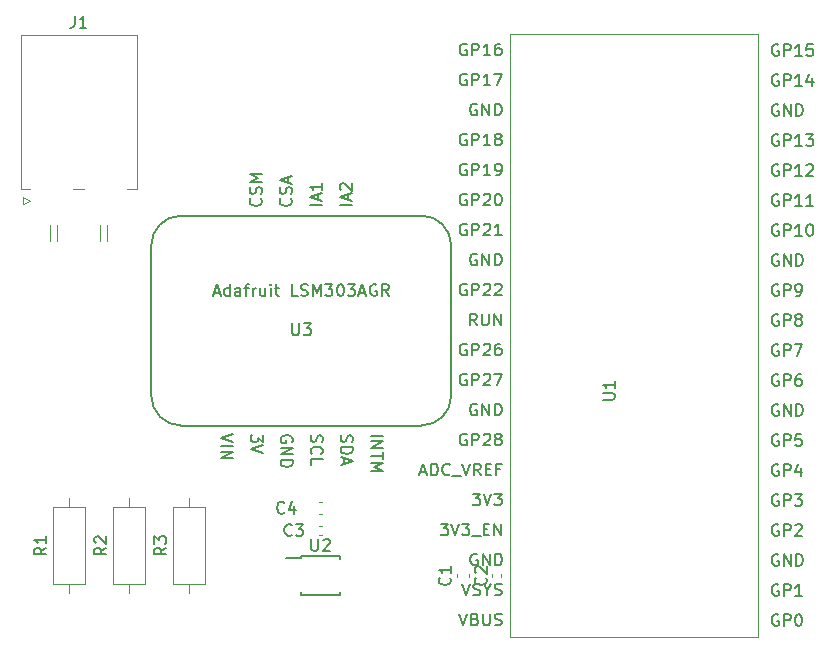
<source format=gbr>
%TF.GenerationSoftware,KiCad,Pcbnew,7.0.1*%
%TF.CreationDate,2023-05-07T00:29:05-04:00*%
%TF.ProjectId,integrated_joystick_dac,696e7465-6772-4617-9465-645f6a6f7973,rev?*%
%TF.SameCoordinates,Original*%
%TF.FileFunction,Legend,Top*%
%TF.FilePolarity,Positive*%
%FSLAX46Y46*%
G04 Gerber Fmt 4.6, Leading zero omitted, Abs format (unit mm)*
G04 Created by KiCad (PCBNEW 7.0.1) date 2023-05-07 00:29:05*
%MOMM*%
%LPD*%
G01*
G04 APERTURE LIST*
%ADD10C,0.150000*%
%ADD11C,0.120000*%
G04 APERTURE END LIST*
D10*
%TO.C,C3*%
X154138333Y-80377380D02*
X154090714Y-80425000D01*
X154090714Y-80425000D02*
X153947857Y-80472619D01*
X153947857Y-80472619D02*
X153852619Y-80472619D01*
X153852619Y-80472619D02*
X153709762Y-80425000D01*
X153709762Y-80425000D02*
X153614524Y-80329761D01*
X153614524Y-80329761D02*
X153566905Y-80234523D01*
X153566905Y-80234523D02*
X153519286Y-80044047D01*
X153519286Y-80044047D02*
X153519286Y-79901190D01*
X153519286Y-79901190D02*
X153566905Y-79710714D01*
X153566905Y-79710714D02*
X153614524Y-79615476D01*
X153614524Y-79615476D02*
X153709762Y-79520238D01*
X153709762Y-79520238D02*
X153852619Y-79472619D01*
X153852619Y-79472619D02*
X153947857Y-79472619D01*
X153947857Y-79472619D02*
X154090714Y-79520238D01*
X154090714Y-79520238D02*
X154138333Y-79567857D01*
X154471667Y-79472619D02*
X155090714Y-79472619D01*
X155090714Y-79472619D02*
X154757381Y-79853571D01*
X154757381Y-79853571D02*
X154900238Y-79853571D01*
X154900238Y-79853571D02*
X154995476Y-79901190D01*
X154995476Y-79901190D02*
X155043095Y-79948809D01*
X155043095Y-79948809D02*
X155090714Y-80044047D01*
X155090714Y-80044047D02*
X155090714Y-80282142D01*
X155090714Y-80282142D02*
X155043095Y-80377380D01*
X155043095Y-80377380D02*
X154995476Y-80425000D01*
X154995476Y-80425000D02*
X154900238Y-80472619D01*
X154900238Y-80472619D02*
X154614524Y-80472619D01*
X154614524Y-80472619D02*
X154519286Y-80425000D01*
X154519286Y-80425000D02*
X154471667Y-80377380D01*
%TO.C,C4*%
X153503333Y-78472380D02*
X153455714Y-78520000D01*
X153455714Y-78520000D02*
X153312857Y-78567619D01*
X153312857Y-78567619D02*
X153217619Y-78567619D01*
X153217619Y-78567619D02*
X153074762Y-78520000D01*
X153074762Y-78520000D02*
X152979524Y-78424761D01*
X152979524Y-78424761D02*
X152931905Y-78329523D01*
X152931905Y-78329523D02*
X152884286Y-78139047D01*
X152884286Y-78139047D02*
X152884286Y-77996190D01*
X152884286Y-77996190D02*
X152931905Y-77805714D01*
X152931905Y-77805714D02*
X152979524Y-77710476D01*
X152979524Y-77710476D02*
X153074762Y-77615238D01*
X153074762Y-77615238D02*
X153217619Y-77567619D01*
X153217619Y-77567619D02*
X153312857Y-77567619D01*
X153312857Y-77567619D02*
X153455714Y-77615238D01*
X153455714Y-77615238D02*
X153503333Y-77662857D01*
X154360476Y-77900952D02*
X154360476Y-78567619D01*
X154122381Y-77520000D02*
X153884286Y-78234285D01*
X153884286Y-78234285D02*
X154503333Y-78234285D01*
%TO.C,U3*%
X154178095Y-62462619D02*
X154178095Y-63272142D01*
X154178095Y-63272142D02*
X154225714Y-63367380D01*
X154225714Y-63367380D02*
X154273333Y-63415000D01*
X154273333Y-63415000D02*
X154368571Y-63462619D01*
X154368571Y-63462619D02*
X154559047Y-63462619D01*
X154559047Y-63462619D02*
X154654285Y-63415000D01*
X154654285Y-63415000D02*
X154701904Y-63367380D01*
X154701904Y-63367380D02*
X154749523Y-63272142D01*
X154749523Y-63272142D02*
X154749523Y-62462619D01*
X155130476Y-62462619D02*
X155749523Y-62462619D01*
X155749523Y-62462619D02*
X155416190Y-62843571D01*
X155416190Y-62843571D02*
X155559047Y-62843571D01*
X155559047Y-62843571D02*
X155654285Y-62891190D01*
X155654285Y-62891190D02*
X155701904Y-62938809D01*
X155701904Y-62938809D02*
X155749523Y-63034047D01*
X155749523Y-63034047D02*
X155749523Y-63272142D01*
X155749523Y-63272142D02*
X155701904Y-63367380D01*
X155701904Y-63367380D02*
X155654285Y-63415000D01*
X155654285Y-63415000D02*
X155559047Y-63462619D01*
X155559047Y-63462619D02*
X155273333Y-63462619D01*
X155273333Y-63462619D02*
X155178095Y-63415000D01*
X155178095Y-63415000D02*
X155130476Y-63367380D01*
X149127380Y-71850238D02*
X148127380Y-72183571D01*
X148127380Y-72183571D02*
X149127380Y-72516904D01*
X148127380Y-72850238D02*
X149127380Y-72850238D01*
X148127380Y-73326428D02*
X149127380Y-73326428D01*
X149127380Y-73326428D02*
X148127380Y-73897856D01*
X148127380Y-73897856D02*
X149127380Y-73897856D01*
X155795000Y-71945476D02*
X155747380Y-72088333D01*
X155747380Y-72088333D02*
X155747380Y-72326428D01*
X155747380Y-72326428D02*
X155795000Y-72421666D01*
X155795000Y-72421666D02*
X155842619Y-72469285D01*
X155842619Y-72469285D02*
X155937857Y-72516904D01*
X155937857Y-72516904D02*
X156033095Y-72516904D01*
X156033095Y-72516904D02*
X156128333Y-72469285D01*
X156128333Y-72469285D02*
X156175952Y-72421666D01*
X156175952Y-72421666D02*
X156223571Y-72326428D01*
X156223571Y-72326428D02*
X156271190Y-72135952D01*
X156271190Y-72135952D02*
X156318809Y-72040714D01*
X156318809Y-72040714D02*
X156366428Y-71993095D01*
X156366428Y-71993095D02*
X156461666Y-71945476D01*
X156461666Y-71945476D02*
X156556904Y-71945476D01*
X156556904Y-71945476D02*
X156652142Y-71993095D01*
X156652142Y-71993095D02*
X156699761Y-72040714D01*
X156699761Y-72040714D02*
X156747380Y-72135952D01*
X156747380Y-72135952D02*
X156747380Y-72374047D01*
X156747380Y-72374047D02*
X156699761Y-72516904D01*
X155842619Y-73516904D02*
X155795000Y-73469285D01*
X155795000Y-73469285D02*
X155747380Y-73326428D01*
X155747380Y-73326428D02*
X155747380Y-73231190D01*
X155747380Y-73231190D02*
X155795000Y-73088333D01*
X155795000Y-73088333D02*
X155890238Y-72993095D01*
X155890238Y-72993095D02*
X155985476Y-72945476D01*
X155985476Y-72945476D02*
X156175952Y-72897857D01*
X156175952Y-72897857D02*
X156318809Y-72897857D01*
X156318809Y-72897857D02*
X156509285Y-72945476D01*
X156509285Y-72945476D02*
X156604523Y-72993095D01*
X156604523Y-72993095D02*
X156699761Y-73088333D01*
X156699761Y-73088333D02*
X156747380Y-73231190D01*
X156747380Y-73231190D02*
X156747380Y-73326428D01*
X156747380Y-73326428D02*
X156699761Y-73469285D01*
X156699761Y-73469285D02*
X156652142Y-73516904D01*
X155747380Y-74421666D02*
X155747380Y-73945476D01*
X155747380Y-73945476D02*
X156747380Y-73945476D01*
X151667380Y-71897857D02*
X151667380Y-72516904D01*
X151667380Y-72516904D02*
X151286428Y-72183571D01*
X151286428Y-72183571D02*
X151286428Y-72326428D01*
X151286428Y-72326428D02*
X151238809Y-72421666D01*
X151238809Y-72421666D02*
X151191190Y-72469285D01*
X151191190Y-72469285D02*
X151095952Y-72516904D01*
X151095952Y-72516904D02*
X150857857Y-72516904D01*
X150857857Y-72516904D02*
X150762619Y-72469285D01*
X150762619Y-72469285D02*
X150715000Y-72421666D01*
X150715000Y-72421666D02*
X150667380Y-72326428D01*
X150667380Y-72326428D02*
X150667380Y-72040714D01*
X150667380Y-72040714D02*
X150715000Y-71945476D01*
X150715000Y-71945476D02*
X150762619Y-71897857D01*
X151667380Y-72802619D02*
X150667380Y-73135952D01*
X150667380Y-73135952D02*
X151667380Y-73469285D01*
X154159761Y-72516904D02*
X154207380Y-72421666D01*
X154207380Y-72421666D02*
X154207380Y-72278809D01*
X154207380Y-72278809D02*
X154159761Y-72135952D01*
X154159761Y-72135952D02*
X154064523Y-72040714D01*
X154064523Y-72040714D02*
X153969285Y-71993095D01*
X153969285Y-71993095D02*
X153778809Y-71945476D01*
X153778809Y-71945476D02*
X153635952Y-71945476D01*
X153635952Y-71945476D02*
X153445476Y-71993095D01*
X153445476Y-71993095D02*
X153350238Y-72040714D01*
X153350238Y-72040714D02*
X153255000Y-72135952D01*
X153255000Y-72135952D02*
X153207380Y-72278809D01*
X153207380Y-72278809D02*
X153207380Y-72374047D01*
X153207380Y-72374047D02*
X153255000Y-72516904D01*
X153255000Y-72516904D02*
X153302619Y-72564523D01*
X153302619Y-72564523D02*
X153635952Y-72564523D01*
X153635952Y-72564523D02*
X153635952Y-72374047D01*
X153207380Y-72993095D02*
X154207380Y-72993095D01*
X154207380Y-72993095D02*
X153207380Y-73564523D01*
X153207380Y-73564523D02*
X154207380Y-73564523D01*
X153207380Y-74040714D02*
X154207380Y-74040714D01*
X154207380Y-74040714D02*
X154207380Y-74278809D01*
X154207380Y-74278809D02*
X154159761Y-74421666D01*
X154159761Y-74421666D02*
X154064523Y-74516904D01*
X154064523Y-74516904D02*
X153969285Y-74564523D01*
X153969285Y-74564523D02*
X153778809Y-74612142D01*
X153778809Y-74612142D02*
X153635952Y-74612142D01*
X153635952Y-74612142D02*
X153445476Y-74564523D01*
X153445476Y-74564523D02*
X153350238Y-74516904D01*
X153350238Y-74516904D02*
X153255000Y-74421666D01*
X153255000Y-74421666D02*
X153207380Y-74278809D01*
X153207380Y-74278809D02*
X153207380Y-74040714D01*
X151497380Y-51895476D02*
X151545000Y-51943095D01*
X151545000Y-51943095D02*
X151592619Y-52085952D01*
X151592619Y-52085952D02*
X151592619Y-52181190D01*
X151592619Y-52181190D02*
X151545000Y-52324047D01*
X151545000Y-52324047D02*
X151449761Y-52419285D01*
X151449761Y-52419285D02*
X151354523Y-52466904D01*
X151354523Y-52466904D02*
X151164047Y-52514523D01*
X151164047Y-52514523D02*
X151021190Y-52514523D01*
X151021190Y-52514523D02*
X150830714Y-52466904D01*
X150830714Y-52466904D02*
X150735476Y-52419285D01*
X150735476Y-52419285D02*
X150640238Y-52324047D01*
X150640238Y-52324047D02*
X150592619Y-52181190D01*
X150592619Y-52181190D02*
X150592619Y-52085952D01*
X150592619Y-52085952D02*
X150640238Y-51943095D01*
X150640238Y-51943095D02*
X150687857Y-51895476D01*
X151545000Y-51514523D02*
X151592619Y-51371666D01*
X151592619Y-51371666D02*
X151592619Y-51133571D01*
X151592619Y-51133571D02*
X151545000Y-51038333D01*
X151545000Y-51038333D02*
X151497380Y-50990714D01*
X151497380Y-50990714D02*
X151402142Y-50943095D01*
X151402142Y-50943095D02*
X151306904Y-50943095D01*
X151306904Y-50943095D02*
X151211666Y-50990714D01*
X151211666Y-50990714D02*
X151164047Y-51038333D01*
X151164047Y-51038333D02*
X151116428Y-51133571D01*
X151116428Y-51133571D02*
X151068809Y-51324047D01*
X151068809Y-51324047D02*
X151021190Y-51419285D01*
X151021190Y-51419285D02*
X150973571Y-51466904D01*
X150973571Y-51466904D02*
X150878333Y-51514523D01*
X150878333Y-51514523D02*
X150783095Y-51514523D01*
X150783095Y-51514523D02*
X150687857Y-51466904D01*
X150687857Y-51466904D02*
X150640238Y-51419285D01*
X150640238Y-51419285D02*
X150592619Y-51324047D01*
X150592619Y-51324047D02*
X150592619Y-51085952D01*
X150592619Y-51085952D02*
X150640238Y-50943095D01*
X151592619Y-50514523D02*
X150592619Y-50514523D01*
X150592619Y-50514523D02*
X151306904Y-50181190D01*
X151306904Y-50181190D02*
X150592619Y-49847857D01*
X150592619Y-49847857D02*
X151592619Y-49847857D01*
X154037380Y-51895476D02*
X154085000Y-51943095D01*
X154085000Y-51943095D02*
X154132619Y-52085952D01*
X154132619Y-52085952D02*
X154132619Y-52181190D01*
X154132619Y-52181190D02*
X154085000Y-52324047D01*
X154085000Y-52324047D02*
X153989761Y-52419285D01*
X153989761Y-52419285D02*
X153894523Y-52466904D01*
X153894523Y-52466904D02*
X153704047Y-52514523D01*
X153704047Y-52514523D02*
X153561190Y-52514523D01*
X153561190Y-52514523D02*
X153370714Y-52466904D01*
X153370714Y-52466904D02*
X153275476Y-52419285D01*
X153275476Y-52419285D02*
X153180238Y-52324047D01*
X153180238Y-52324047D02*
X153132619Y-52181190D01*
X153132619Y-52181190D02*
X153132619Y-52085952D01*
X153132619Y-52085952D02*
X153180238Y-51943095D01*
X153180238Y-51943095D02*
X153227857Y-51895476D01*
X154085000Y-51514523D02*
X154132619Y-51371666D01*
X154132619Y-51371666D02*
X154132619Y-51133571D01*
X154132619Y-51133571D02*
X154085000Y-51038333D01*
X154085000Y-51038333D02*
X154037380Y-50990714D01*
X154037380Y-50990714D02*
X153942142Y-50943095D01*
X153942142Y-50943095D02*
X153846904Y-50943095D01*
X153846904Y-50943095D02*
X153751666Y-50990714D01*
X153751666Y-50990714D02*
X153704047Y-51038333D01*
X153704047Y-51038333D02*
X153656428Y-51133571D01*
X153656428Y-51133571D02*
X153608809Y-51324047D01*
X153608809Y-51324047D02*
X153561190Y-51419285D01*
X153561190Y-51419285D02*
X153513571Y-51466904D01*
X153513571Y-51466904D02*
X153418333Y-51514523D01*
X153418333Y-51514523D02*
X153323095Y-51514523D01*
X153323095Y-51514523D02*
X153227857Y-51466904D01*
X153227857Y-51466904D02*
X153180238Y-51419285D01*
X153180238Y-51419285D02*
X153132619Y-51324047D01*
X153132619Y-51324047D02*
X153132619Y-51085952D01*
X153132619Y-51085952D02*
X153180238Y-50943095D01*
X153846904Y-50562142D02*
X153846904Y-50085952D01*
X154132619Y-50657380D02*
X153132619Y-50324047D01*
X153132619Y-50324047D02*
X154132619Y-49990714D01*
X159212619Y-52466904D02*
X158212619Y-52466904D01*
X158926904Y-52038333D02*
X158926904Y-51562143D01*
X159212619Y-52133571D02*
X158212619Y-51800238D01*
X158212619Y-51800238D02*
X159212619Y-51466905D01*
X158307857Y-51181190D02*
X158260238Y-51133571D01*
X158260238Y-51133571D02*
X158212619Y-51038333D01*
X158212619Y-51038333D02*
X158212619Y-50800238D01*
X158212619Y-50800238D02*
X158260238Y-50705000D01*
X158260238Y-50705000D02*
X158307857Y-50657381D01*
X158307857Y-50657381D02*
X158403095Y-50609762D01*
X158403095Y-50609762D02*
X158498333Y-50609762D01*
X158498333Y-50609762D02*
X158641190Y-50657381D01*
X158641190Y-50657381D02*
X159212619Y-51228809D01*
X159212619Y-51228809D02*
X159212619Y-50609762D01*
X156672619Y-52466904D02*
X155672619Y-52466904D01*
X156386904Y-52038333D02*
X156386904Y-51562143D01*
X156672619Y-52133571D02*
X155672619Y-51800238D01*
X155672619Y-51800238D02*
X156672619Y-51466905D01*
X156672619Y-50609762D02*
X156672619Y-51181190D01*
X156672619Y-50895476D02*
X155672619Y-50895476D01*
X155672619Y-50895476D02*
X155815476Y-50990714D01*
X155815476Y-50990714D02*
X155910714Y-51085952D01*
X155910714Y-51085952D02*
X155958333Y-51181190D01*
X147535237Y-59866904D02*
X148011427Y-59866904D01*
X147439999Y-60152619D02*
X147773332Y-59152619D01*
X147773332Y-59152619D02*
X148106665Y-60152619D01*
X148868570Y-60152619D02*
X148868570Y-59152619D01*
X148868570Y-60105000D02*
X148773332Y-60152619D01*
X148773332Y-60152619D02*
X148582856Y-60152619D01*
X148582856Y-60152619D02*
X148487618Y-60105000D01*
X148487618Y-60105000D02*
X148439999Y-60057380D01*
X148439999Y-60057380D02*
X148392380Y-59962142D01*
X148392380Y-59962142D02*
X148392380Y-59676428D01*
X148392380Y-59676428D02*
X148439999Y-59581190D01*
X148439999Y-59581190D02*
X148487618Y-59533571D01*
X148487618Y-59533571D02*
X148582856Y-59485952D01*
X148582856Y-59485952D02*
X148773332Y-59485952D01*
X148773332Y-59485952D02*
X148868570Y-59533571D01*
X149773332Y-60152619D02*
X149773332Y-59628809D01*
X149773332Y-59628809D02*
X149725713Y-59533571D01*
X149725713Y-59533571D02*
X149630475Y-59485952D01*
X149630475Y-59485952D02*
X149439999Y-59485952D01*
X149439999Y-59485952D02*
X149344761Y-59533571D01*
X149773332Y-60105000D02*
X149678094Y-60152619D01*
X149678094Y-60152619D02*
X149439999Y-60152619D01*
X149439999Y-60152619D02*
X149344761Y-60105000D01*
X149344761Y-60105000D02*
X149297142Y-60009761D01*
X149297142Y-60009761D02*
X149297142Y-59914523D01*
X149297142Y-59914523D02*
X149344761Y-59819285D01*
X149344761Y-59819285D02*
X149439999Y-59771666D01*
X149439999Y-59771666D02*
X149678094Y-59771666D01*
X149678094Y-59771666D02*
X149773332Y-59724047D01*
X150106666Y-59485952D02*
X150487618Y-59485952D01*
X150249523Y-60152619D02*
X150249523Y-59295476D01*
X150249523Y-59295476D02*
X150297142Y-59200238D01*
X150297142Y-59200238D02*
X150392380Y-59152619D01*
X150392380Y-59152619D02*
X150487618Y-59152619D01*
X150820952Y-60152619D02*
X150820952Y-59485952D01*
X150820952Y-59676428D02*
X150868571Y-59581190D01*
X150868571Y-59581190D02*
X150916190Y-59533571D01*
X150916190Y-59533571D02*
X151011428Y-59485952D01*
X151011428Y-59485952D02*
X151106666Y-59485952D01*
X151868571Y-59485952D02*
X151868571Y-60152619D01*
X151440000Y-59485952D02*
X151440000Y-60009761D01*
X151440000Y-60009761D02*
X151487619Y-60105000D01*
X151487619Y-60105000D02*
X151582857Y-60152619D01*
X151582857Y-60152619D02*
X151725714Y-60152619D01*
X151725714Y-60152619D02*
X151820952Y-60105000D01*
X151820952Y-60105000D02*
X151868571Y-60057380D01*
X152344762Y-60152619D02*
X152344762Y-59485952D01*
X152344762Y-59152619D02*
X152297143Y-59200238D01*
X152297143Y-59200238D02*
X152344762Y-59247857D01*
X152344762Y-59247857D02*
X152392381Y-59200238D01*
X152392381Y-59200238D02*
X152344762Y-59152619D01*
X152344762Y-59152619D02*
X152344762Y-59247857D01*
X152678095Y-59485952D02*
X153059047Y-59485952D01*
X152820952Y-59152619D02*
X152820952Y-60009761D01*
X152820952Y-60009761D02*
X152868571Y-60105000D01*
X152868571Y-60105000D02*
X152963809Y-60152619D01*
X152963809Y-60152619D02*
X153059047Y-60152619D01*
X154630476Y-60152619D02*
X154154286Y-60152619D01*
X154154286Y-60152619D02*
X154154286Y-59152619D01*
X154916191Y-60105000D02*
X155059048Y-60152619D01*
X155059048Y-60152619D02*
X155297143Y-60152619D01*
X155297143Y-60152619D02*
X155392381Y-60105000D01*
X155392381Y-60105000D02*
X155440000Y-60057380D01*
X155440000Y-60057380D02*
X155487619Y-59962142D01*
X155487619Y-59962142D02*
X155487619Y-59866904D01*
X155487619Y-59866904D02*
X155440000Y-59771666D01*
X155440000Y-59771666D02*
X155392381Y-59724047D01*
X155392381Y-59724047D02*
X155297143Y-59676428D01*
X155297143Y-59676428D02*
X155106667Y-59628809D01*
X155106667Y-59628809D02*
X155011429Y-59581190D01*
X155011429Y-59581190D02*
X154963810Y-59533571D01*
X154963810Y-59533571D02*
X154916191Y-59438333D01*
X154916191Y-59438333D02*
X154916191Y-59343095D01*
X154916191Y-59343095D02*
X154963810Y-59247857D01*
X154963810Y-59247857D02*
X155011429Y-59200238D01*
X155011429Y-59200238D02*
X155106667Y-59152619D01*
X155106667Y-59152619D02*
X155344762Y-59152619D01*
X155344762Y-59152619D02*
X155487619Y-59200238D01*
X155916191Y-60152619D02*
X155916191Y-59152619D01*
X155916191Y-59152619D02*
X156249524Y-59866904D01*
X156249524Y-59866904D02*
X156582857Y-59152619D01*
X156582857Y-59152619D02*
X156582857Y-60152619D01*
X156963810Y-59152619D02*
X157582857Y-59152619D01*
X157582857Y-59152619D02*
X157249524Y-59533571D01*
X157249524Y-59533571D02*
X157392381Y-59533571D01*
X157392381Y-59533571D02*
X157487619Y-59581190D01*
X157487619Y-59581190D02*
X157535238Y-59628809D01*
X157535238Y-59628809D02*
X157582857Y-59724047D01*
X157582857Y-59724047D02*
X157582857Y-59962142D01*
X157582857Y-59962142D02*
X157535238Y-60057380D01*
X157535238Y-60057380D02*
X157487619Y-60105000D01*
X157487619Y-60105000D02*
X157392381Y-60152619D01*
X157392381Y-60152619D02*
X157106667Y-60152619D01*
X157106667Y-60152619D02*
X157011429Y-60105000D01*
X157011429Y-60105000D02*
X156963810Y-60057380D01*
X158201905Y-59152619D02*
X158297143Y-59152619D01*
X158297143Y-59152619D02*
X158392381Y-59200238D01*
X158392381Y-59200238D02*
X158440000Y-59247857D01*
X158440000Y-59247857D02*
X158487619Y-59343095D01*
X158487619Y-59343095D02*
X158535238Y-59533571D01*
X158535238Y-59533571D02*
X158535238Y-59771666D01*
X158535238Y-59771666D02*
X158487619Y-59962142D01*
X158487619Y-59962142D02*
X158440000Y-60057380D01*
X158440000Y-60057380D02*
X158392381Y-60105000D01*
X158392381Y-60105000D02*
X158297143Y-60152619D01*
X158297143Y-60152619D02*
X158201905Y-60152619D01*
X158201905Y-60152619D02*
X158106667Y-60105000D01*
X158106667Y-60105000D02*
X158059048Y-60057380D01*
X158059048Y-60057380D02*
X158011429Y-59962142D01*
X158011429Y-59962142D02*
X157963810Y-59771666D01*
X157963810Y-59771666D02*
X157963810Y-59533571D01*
X157963810Y-59533571D02*
X158011429Y-59343095D01*
X158011429Y-59343095D02*
X158059048Y-59247857D01*
X158059048Y-59247857D02*
X158106667Y-59200238D01*
X158106667Y-59200238D02*
X158201905Y-59152619D01*
X158868572Y-59152619D02*
X159487619Y-59152619D01*
X159487619Y-59152619D02*
X159154286Y-59533571D01*
X159154286Y-59533571D02*
X159297143Y-59533571D01*
X159297143Y-59533571D02*
X159392381Y-59581190D01*
X159392381Y-59581190D02*
X159440000Y-59628809D01*
X159440000Y-59628809D02*
X159487619Y-59724047D01*
X159487619Y-59724047D02*
X159487619Y-59962142D01*
X159487619Y-59962142D02*
X159440000Y-60057380D01*
X159440000Y-60057380D02*
X159392381Y-60105000D01*
X159392381Y-60105000D02*
X159297143Y-60152619D01*
X159297143Y-60152619D02*
X159011429Y-60152619D01*
X159011429Y-60152619D02*
X158916191Y-60105000D01*
X158916191Y-60105000D02*
X158868572Y-60057380D01*
X159868572Y-59866904D02*
X160344762Y-59866904D01*
X159773334Y-60152619D02*
X160106667Y-59152619D01*
X160106667Y-59152619D02*
X160440000Y-60152619D01*
X161297143Y-59200238D02*
X161201905Y-59152619D01*
X161201905Y-59152619D02*
X161059048Y-59152619D01*
X161059048Y-59152619D02*
X160916191Y-59200238D01*
X160916191Y-59200238D02*
X160820953Y-59295476D01*
X160820953Y-59295476D02*
X160773334Y-59390714D01*
X160773334Y-59390714D02*
X160725715Y-59581190D01*
X160725715Y-59581190D02*
X160725715Y-59724047D01*
X160725715Y-59724047D02*
X160773334Y-59914523D01*
X160773334Y-59914523D02*
X160820953Y-60009761D01*
X160820953Y-60009761D02*
X160916191Y-60105000D01*
X160916191Y-60105000D02*
X161059048Y-60152619D01*
X161059048Y-60152619D02*
X161154286Y-60152619D01*
X161154286Y-60152619D02*
X161297143Y-60105000D01*
X161297143Y-60105000D02*
X161344762Y-60057380D01*
X161344762Y-60057380D02*
X161344762Y-59724047D01*
X161344762Y-59724047D02*
X161154286Y-59724047D01*
X162344762Y-60152619D02*
X162011429Y-59676428D01*
X161773334Y-60152619D02*
X161773334Y-59152619D01*
X161773334Y-59152619D02*
X162154286Y-59152619D01*
X162154286Y-59152619D02*
X162249524Y-59200238D01*
X162249524Y-59200238D02*
X162297143Y-59247857D01*
X162297143Y-59247857D02*
X162344762Y-59343095D01*
X162344762Y-59343095D02*
X162344762Y-59485952D01*
X162344762Y-59485952D02*
X162297143Y-59581190D01*
X162297143Y-59581190D02*
X162249524Y-59628809D01*
X162249524Y-59628809D02*
X162154286Y-59676428D01*
X162154286Y-59676428D02*
X161773334Y-59676428D01*
X160827380Y-71993095D02*
X161827380Y-71993095D01*
X160827380Y-72469285D02*
X161827380Y-72469285D01*
X161827380Y-72469285D02*
X160827380Y-73040713D01*
X160827380Y-73040713D02*
X161827380Y-73040713D01*
X161827380Y-73374047D02*
X161827380Y-73945475D01*
X160827380Y-73659761D02*
X161827380Y-73659761D01*
X160827380Y-74278809D02*
X161827380Y-74278809D01*
X161827380Y-74278809D02*
X161113095Y-74612142D01*
X161113095Y-74612142D02*
X161827380Y-74945475D01*
X161827380Y-74945475D02*
X160827380Y-74945475D01*
X158335000Y-71945476D02*
X158287380Y-72088333D01*
X158287380Y-72088333D02*
X158287380Y-72326428D01*
X158287380Y-72326428D02*
X158335000Y-72421666D01*
X158335000Y-72421666D02*
X158382619Y-72469285D01*
X158382619Y-72469285D02*
X158477857Y-72516904D01*
X158477857Y-72516904D02*
X158573095Y-72516904D01*
X158573095Y-72516904D02*
X158668333Y-72469285D01*
X158668333Y-72469285D02*
X158715952Y-72421666D01*
X158715952Y-72421666D02*
X158763571Y-72326428D01*
X158763571Y-72326428D02*
X158811190Y-72135952D01*
X158811190Y-72135952D02*
X158858809Y-72040714D01*
X158858809Y-72040714D02*
X158906428Y-71993095D01*
X158906428Y-71993095D02*
X159001666Y-71945476D01*
X159001666Y-71945476D02*
X159096904Y-71945476D01*
X159096904Y-71945476D02*
X159192142Y-71993095D01*
X159192142Y-71993095D02*
X159239761Y-72040714D01*
X159239761Y-72040714D02*
X159287380Y-72135952D01*
X159287380Y-72135952D02*
X159287380Y-72374047D01*
X159287380Y-72374047D02*
X159239761Y-72516904D01*
X158287380Y-72945476D02*
X159287380Y-72945476D01*
X159287380Y-72945476D02*
X159287380Y-73183571D01*
X159287380Y-73183571D02*
X159239761Y-73326428D01*
X159239761Y-73326428D02*
X159144523Y-73421666D01*
X159144523Y-73421666D02*
X159049285Y-73469285D01*
X159049285Y-73469285D02*
X158858809Y-73516904D01*
X158858809Y-73516904D02*
X158715952Y-73516904D01*
X158715952Y-73516904D02*
X158525476Y-73469285D01*
X158525476Y-73469285D02*
X158430238Y-73421666D01*
X158430238Y-73421666D02*
X158335000Y-73326428D01*
X158335000Y-73326428D02*
X158287380Y-73183571D01*
X158287380Y-73183571D02*
X158287380Y-72945476D01*
X158573095Y-73897857D02*
X158573095Y-74374047D01*
X158287380Y-73802619D02*
X159287380Y-74135952D01*
X159287380Y-74135952D02*
X158287380Y-74469285D01*
%TO.C,C2*%
X170547380Y-83986666D02*
X170595000Y-84034285D01*
X170595000Y-84034285D02*
X170642619Y-84177142D01*
X170642619Y-84177142D02*
X170642619Y-84272380D01*
X170642619Y-84272380D02*
X170595000Y-84415237D01*
X170595000Y-84415237D02*
X170499761Y-84510475D01*
X170499761Y-84510475D02*
X170404523Y-84558094D01*
X170404523Y-84558094D02*
X170214047Y-84605713D01*
X170214047Y-84605713D02*
X170071190Y-84605713D01*
X170071190Y-84605713D02*
X169880714Y-84558094D01*
X169880714Y-84558094D02*
X169785476Y-84510475D01*
X169785476Y-84510475D02*
X169690238Y-84415237D01*
X169690238Y-84415237D02*
X169642619Y-84272380D01*
X169642619Y-84272380D02*
X169642619Y-84177142D01*
X169642619Y-84177142D02*
X169690238Y-84034285D01*
X169690238Y-84034285D02*
X169737857Y-83986666D01*
X169737857Y-83605713D02*
X169690238Y-83558094D01*
X169690238Y-83558094D02*
X169642619Y-83462856D01*
X169642619Y-83462856D02*
X169642619Y-83224761D01*
X169642619Y-83224761D02*
X169690238Y-83129523D01*
X169690238Y-83129523D02*
X169737857Y-83081904D01*
X169737857Y-83081904D02*
X169833095Y-83034285D01*
X169833095Y-83034285D02*
X169928333Y-83034285D01*
X169928333Y-83034285D02*
X170071190Y-83081904D01*
X170071190Y-83081904D02*
X170642619Y-83653332D01*
X170642619Y-83653332D02*
X170642619Y-83034285D01*
%TO.C,C1*%
X167499380Y-83986666D02*
X167547000Y-84034285D01*
X167547000Y-84034285D02*
X167594619Y-84177142D01*
X167594619Y-84177142D02*
X167594619Y-84272380D01*
X167594619Y-84272380D02*
X167547000Y-84415237D01*
X167547000Y-84415237D02*
X167451761Y-84510475D01*
X167451761Y-84510475D02*
X167356523Y-84558094D01*
X167356523Y-84558094D02*
X167166047Y-84605713D01*
X167166047Y-84605713D02*
X167023190Y-84605713D01*
X167023190Y-84605713D02*
X166832714Y-84558094D01*
X166832714Y-84558094D02*
X166737476Y-84510475D01*
X166737476Y-84510475D02*
X166642238Y-84415237D01*
X166642238Y-84415237D02*
X166594619Y-84272380D01*
X166594619Y-84272380D02*
X166594619Y-84177142D01*
X166594619Y-84177142D02*
X166642238Y-84034285D01*
X166642238Y-84034285D02*
X166689857Y-83986666D01*
X167594619Y-83034285D02*
X167594619Y-83605713D01*
X167594619Y-83319999D02*
X166594619Y-83319999D01*
X166594619Y-83319999D02*
X166737476Y-83415237D01*
X166737476Y-83415237D02*
X166832714Y-83510475D01*
X166832714Y-83510475D02*
X166880333Y-83605713D01*
%TO.C,J1*%
X135751666Y-36432619D02*
X135751666Y-37146904D01*
X135751666Y-37146904D02*
X135704047Y-37289761D01*
X135704047Y-37289761D02*
X135608809Y-37385000D01*
X135608809Y-37385000D02*
X135465952Y-37432619D01*
X135465952Y-37432619D02*
X135370714Y-37432619D01*
X136751666Y-37432619D02*
X136180238Y-37432619D01*
X136465952Y-37432619D02*
X136465952Y-36432619D01*
X136465952Y-36432619D02*
X136370714Y-36575476D01*
X136370714Y-36575476D02*
X136275476Y-36670714D01*
X136275476Y-36670714D02*
X136180238Y-36718333D01*
%TO.C,U2*%
X155788095Y-80742619D02*
X155788095Y-81552142D01*
X155788095Y-81552142D02*
X155835714Y-81647380D01*
X155835714Y-81647380D02*
X155883333Y-81695000D01*
X155883333Y-81695000D02*
X155978571Y-81742619D01*
X155978571Y-81742619D02*
X156169047Y-81742619D01*
X156169047Y-81742619D02*
X156264285Y-81695000D01*
X156264285Y-81695000D02*
X156311904Y-81647380D01*
X156311904Y-81647380D02*
X156359523Y-81552142D01*
X156359523Y-81552142D02*
X156359523Y-80742619D01*
X156788095Y-80837857D02*
X156835714Y-80790238D01*
X156835714Y-80790238D02*
X156930952Y-80742619D01*
X156930952Y-80742619D02*
X157169047Y-80742619D01*
X157169047Y-80742619D02*
X157264285Y-80790238D01*
X157264285Y-80790238D02*
X157311904Y-80837857D01*
X157311904Y-80837857D02*
X157359523Y-80933095D01*
X157359523Y-80933095D02*
X157359523Y-81028333D01*
X157359523Y-81028333D02*
X157311904Y-81171190D01*
X157311904Y-81171190D02*
X156740476Y-81742619D01*
X156740476Y-81742619D02*
X157359523Y-81742619D01*
%TO.C,R3*%
X143507619Y-81446666D02*
X143031428Y-81779999D01*
X143507619Y-82018094D02*
X142507619Y-82018094D01*
X142507619Y-82018094D02*
X142507619Y-81637142D01*
X142507619Y-81637142D02*
X142555238Y-81541904D01*
X142555238Y-81541904D02*
X142602857Y-81494285D01*
X142602857Y-81494285D02*
X142698095Y-81446666D01*
X142698095Y-81446666D02*
X142840952Y-81446666D01*
X142840952Y-81446666D02*
X142936190Y-81494285D01*
X142936190Y-81494285D02*
X142983809Y-81541904D01*
X142983809Y-81541904D02*
X143031428Y-81637142D01*
X143031428Y-81637142D02*
X143031428Y-82018094D01*
X142507619Y-81113332D02*
X142507619Y-80494285D01*
X142507619Y-80494285D02*
X142888571Y-80827618D01*
X142888571Y-80827618D02*
X142888571Y-80684761D01*
X142888571Y-80684761D02*
X142936190Y-80589523D01*
X142936190Y-80589523D02*
X142983809Y-80541904D01*
X142983809Y-80541904D02*
X143079047Y-80494285D01*
X143079047Y-80494285D02*
X143317142Y-80494285D01*
X143317142Y-80494285D02*
X143412380Y-80541904D01*
X143412380Y-80541904D02*
X143460000Y-80589523D01*
X143460000Y-80589523D02*
X143507619Y-80684761D01*
X143507619Y-80684761D02*
X143507619Y-80970475D01*
X143507619Y-80970475D02*
X143460000Y-81065713D01*
X143460000Y-81065713D02*
X143412380Y-81113332D01*
%TO.C,R2*%
X138427619Y-81446666D02*
X137951428Y-81779999D01*
X138427619Y-82018094D02*
X137427619Y-82018094D01*
X137427619Y-82018094D02*
X137427619Y-81637142D01*
X137427619Y-81637142D02*
X137475238Y-81541904D01*
X137475238Y-81541904D02*
X137522857Y-81494285D01*
X137522857Y-81494285D02*
X137618095Y-81446666D01*
X137618095Y-81446666D02*
X137760952Y-81446666D01*
X137760952Y-81446666D02*
X137856190Y-81494285D01*
X137856190Y-81494285D02*
X137903809Y-81541904D01*
X137903809Y-81541904D02*
X137951428Y-81637142D01*
X137951428Y-81637142D02*
X137951428Y-82018094D01*
X137522857Y-81065713D02*
X137475238Y-81018094D01*
X137475238Y-81018094D02*
X137427619Y-80922856D01*
X137427619Y-80922856D02*
X137427619Y-80684761D01*
X137427619Y-80684761D02*
X137475238Y-80589523D01*
X137475238Y-80589523D02*
X137522857Y-80541904D01*
X137522857Y-80541904D02*
X137618095Y-80494285D01*
X137618095Y-80494285D02*
X137713333Y-80494285D01*
X137713333Y-80494285D02*
X137856190Y-80541904D01*
X137856190Y-80541904D02*
X138427619Y-81113332D01*
X138427619Y-81113332D02*
X138427619Y-80494285D01*
%TO.C,R1*%
X133347619Y-81446666D02*
X132871428Y-81779999D01*
X133347619Y-82018094D02*
X132347619Y-82018094D01*
X132347619Y-82018094D02*
X132347619Y-81637142D01*
X132347619Y-81637142D02*
X132395238Y-81541904D01*
X132395238Y-81541904D02*
X132442857Y-81494285D01*
X132442857Y-81494285D02*
X132538095Y-81446666D01*
X132538095Y-81446666D02*
X132680952Y-81446666D01*
X132680952Y-81446666D02*
X132776190Y-81494285D01*
X132776190Y-81494285D02*
X132823809Y-81541904D01*
X132823809Y-81541904D02*
X132871428Y-81637142D01*
X132871428Y-81637142D02*
X132871428Y-82018094D01*
X133347619Y-80494285D02*
X133347619Y-81065713D01*
X133347619Y-80779999D02*
X132347619Y-80779999D01*
X132347619Y-80779999D02*
X132490476Y-80875237D01*
X132490476Y-80875237D02*
X132585714Y-80970475D01*
X132585714Y-80970475D02*
X132633333Y-81065713D01*
%TO.C,U1*%
X180477619Y-68933904D02*
X181287142Y-68933904D01*
X181287142Y-68933904D02*
X181382380Y-68886285D01*
X181382380Y-68886285D02*
X181430000Y-68838666D01*
X181430000Y-68838666D02*
X181477619Y-68743428D01*
X181477619Y-68743428D02*
X181477619Y-68552952D01*
X181477619Y-68552952D02*
X181430000Y-68457714D01*
X181430000Y-68457714D02*
X181382380Y-68410095D01*
X181382380Y-68410095D02*
X181287142Y-68362476D01*
X181287142Y-68362476D02*
X180477619Y-68362476D01*
X181477619Y-67362476D02*
X181477619Y-67933904D01*
X181477619Y-67648190D02*
X180477619Y-67648190D01*
X180477619Y-67648190D02*
X180620476Y-67743428D01*
X180620476Y-67743428D02*
X180715714Y-67838666D01*
X180715714Y-67838666D02*
X180763333Y-67933904D01*
X168942142Y-64222238D02*
X168846904Y-64174619D01*
X168846904Y-64174619D02*
X168704047Y-64174619D01*
X168704047Y-64174619D02*
X168561190Y-64222238D01*
X168561190Y-64222238D02*
X168465952Y-64317476D01*
X168465952Y-64317476D02*
X168418333Y-64412714D01*
X168418333Y-64412714D02*
X168370714Y-64603190D01*
X168370714Y-64603190D02*
X168370714Y-64746047D01*
X168370714Y-64746047D02*
X168418333Y-64936523D01*
X168418333Y-64936523D02*
X168465952Y-65031761D01*
X168465952Y-65031761D02*
X168561190Y-65127000D01*
X168561190Y-65127000D02*
X168704047Y-65174619D01*
X168704047Y-65174619D02*
X168799285Y-65174619D01*
X168799285Y-65174619D02*
X168942142Y-65127000D01*
X168942142Y-65127000D02*
X168989761Y-65079380D01*
X168989761Y-65079380D02*
X168989761Y-64746047D01*
X168989761Y-64746047D02*
X168799285Y-64746047D01*
X169418333Y-65174619D02*
X169418333Y-64174619D01*
X169418333Y-64174619D02*
X169799285Y-64174619D01*
X169799285Y-64174619D02*
X169894523Y-64222238D01*
X169894523Y-64222238D02*
X169942142Y-64269857D01*
X169942142Y-64269857D02*
X169989761Y-64365095D01*
X169989761Y-64365095D02*
X169989761Y-64507952D01*
X169989761Y-64507952D02*
X169942142Y-64603190D01*
X169942142Y-64603190D02*
X169894523Y-64650809D01*
X169894523Y-64650809D02*
X169799285Y-64698428D01*
X169799285Y-64698428D02*
X169418333Y-64698428D01*
X170370714Y-64269857D02*
X170418333Y-64222238D01*
X170418333Y-64222238D02*
X170513571Y-64174619D01*
X170513571Y-64174619D02*
X170751666Y-64174619D01*
X170751666Y-64174619D02*
X170846904Y-64222238D01*
X170846904Y-64222238D02*
X170894523Y-64269857D01*
X170894523Y-64269857D02*
X170942142Y-64365095D01*
X170942142Y-64365095D02*
X170942142Y-64460333D01*
X170942142Y-64460333D02*
X170894523Y-64603190D01*
X170894523Y-64603190D02*
X170323095Y-65174619D01*
X170323095Y-65174619D02*
X170942142Y-65174619D01*
X171799285Y-64174619D02*
X171608809Y-64174619D01*
X171608809Y-64174619D02*
X171513571Y-64222238D01*
X171513571Y-64222238D02*
X171465952Y-64269857D01*
X171465952Y-64269857D02*
X171370714Y-64412714D01*
X171370714Y-64412714D02*
X171323095Y-64603190D01*
X171323095Y-64603190D02*
X171323095Y-64984142D01*
X171323095Y-64984142D02*
X171370714Y-65079380D01*
X171370714Y-65079380D02*
X171418333Y-65127000D01*
X171418333Y-65127000D02*
X171513571Y-65174619D01*
X171513571Y-65174619D02*
X171704047Y-65174619D01*
X171704047Y-65174619D02*
X171799285Y-65127000D01*
X171799285Y-65127000D02*
X171846904Y-65079380D01*
X171846904Y-65079380D02*
X171894523Y-64984142D01*
X171894523Y-64984142D02*
X171894523Y-64746047D01*
X171894523Y-64746047D02*
X171846904Y-64650809D01*
X171846904Y-64650809D02*
X171799285Y-64603190D01*
X171799285Y-64603190D02*
X171704047Y-64555571D01*
X171704047Y-64555571D02*
X171513571Y-64555571D01*
X171513571Y-64555571D02*
X171418333Y-64603190D01*
X171418333Y-64603190D02*
X171370714Y-64650809D01*
X171370714Y-64650809D02*
X171323095Y-64746047D01*
X168942142Y-46442238D02*
X168846904Y-46394619D01*
X168846904Y-46394619D02*
X168704047Y-46394619D01*
X168704047Y-46394619D02*
X168561190Y-46442238D01*
X168561190Y-46442238D02*
X168465952Y-46537476D01*
X168465952Y-46537476D02*
X168418333Y-46632714D01*
X168418333Y-46632714D02*
X168370714Y-46823190D01*
X168370714Y-46823190D02*
X168370714Y-46966047D01*
X168370714Y-46966047D02*
X168418333Y-47156523D01*
X168418333Y-47156523D02*
X168465952Y-47251761D01*
X168465952Y-47251761D02*
X168561190Y-47347000D01*
X168561190Y-47347000D02*
X168704047Y-47394619D01*
X168704047Y-47394619D02*
X168799285Y-47394619D01*
X168799285Y-47394619D02*
X168942142Y-47347000D01*
X168942142Y-47347000D02*
X168989761Y-47299380D01*
X168989761Y-47299380D02*
X168989761Y-46966047D01*
X168989761Y-46966047D02*
X168799285Y-46966047D01*
X169418333Y-47394619D02*
X169418333Y-46394619D01*
X169418333Y-46394619D02*
X169799285Y-46394619D01*
X169799285Y-46394619D02*
X169894523Y-46442238D01*
X169894523Y-46442238D02*
X169942142Y-46489857D01*
X169942142Y-46489857D02*
X169989761Y-46585095D01*
X169989761Y-46585095D02*
X169989761Y-46727952D01*
X169989761Y-46727952D02*
X169942142Y-46823190D01*
X169942142Y-46823190D02*
X169894523Y-46870809D01*
X169894523Y-46870809D02*
X169799285Y-46918428D01*
X169799285Y-46918428D02*
X169418333Y-46918428D01*
X170942142Y-47394619D02*
X170370714Y-47394619D01*
X170656428Y-47394619D02*
X170656428Y-46394619D01*
X170656428Y-46394619D02*
X170561190Y-46537476D01*
X170561190Y-46537476D02*
X170465952Y-46632714D01*
X170465952Y-46632714D02*
X170370714Y-46680333D01*
X171513571Y-46823190D02*
X171418333Y-46775571D01*
X171418333Y-46775571D02*
X171370714Y-46727952D01*
X171370714Y-46727952D02*
X171323095Y-46632714D01*
X171323095Y-46632714D02*
X171323095Y-46585095D01*
X171323095Y-46585095D02*
X171370714Y-46489857D01*
X171370714Y-46489857D02*
X171418333Y-46442238D01*
X171418333Y-46442238D02*
X171513571Y-46394619D01*
X171513571Y-46394619D02*
X171704047Y-46394619D01*
X171704047Y-46394619D02*
X171799285Y-46442238D01*
X171799285Y-46442238D02*
X171846904Y-46489857D01*
X171846904Y-46489857D02*
X171894523Y-46585095D01*
X171894523Y-46585095D02*
X171894523Y-46632714D01*
X171894523Y-46632714D02*
X171846904Y-46727952D01*
X171846904Y-46727952D02*
X171799285Y-46775571D01*
X171799285Y-46775571D02*
X171704047Y-46823190D01*
X171704047Y-46823190D02*
X171513571Y-46823190D01*
X171513571Y-46823190D02*
X171418333Y-46870809D01*
X171418333Y-46870809D02*
X171370714Y-46918428D01*
X171370714Y-46918428D02*
X171323095Y-47013666D01*
X171323095Y-47013666D02*
X171323095Y-47204142D01*
X171323095Y-47204142D02*
X171370714Y-47299380D01*
X171370714Y-47299380D02*
X171418333Y-47347000D01*
X171418333Y-47347000D02*
X171513571Y-47394619D01*
X171513571Y-47394619D02*
X171704047Y-47394619D01*
X171704047Y-47394619D02*
X171799285Y-47347000D01*
X171799285Y-47347000D02*
X171846904Y-47299380D01*
X171846904Y-47299380D02*
X171894523Y-47204142D01*
X171894523Y-47204142D02*
X171894523Y-47013666D01*
X171894523Y-47013666D02*
X171846904Y-46918428D01*
X171846904Y-46918428D02*
X171799285Y-46870809D01*
X171799285Y-46870809D02*
X171704047Y-46823190D01*
X168323095Y-87034619D02*
X168656428Y-88034619D01*
X168656428Y-88034619D02*
X168989761Y-87034619D01*
X169656428Y-87510809D02*
X169799285Y-87558428D01*
X169799285Y-87558428D02*
X169846904Y-87606047D01*
X169846904Y-87606047D02*
X169894523Y-87701285D01*
X169894523Y-87701285D02*
X169894523Y-87844142D01*
X169894523Y-87844142D02*
X169846904Y-87939380D01*
X169846904Y-87939380D02*
X169799285Y-87987000D01*
X169799285Y-87987000D02*
X169704047Y-88034619D01*
X169704047Y-88034619D02*
X169323095Y-88034619D01*
X169323095Y-88034619D02*
X169323095Y-87034619D01*
X169323095Y-87034619D02*
X169656428Y-87034619D01*
X169656428Y-87034619D02*
X169751666Y-87082238D01*
X169751666Y-87082238D02*
X169799285Y-87129857D01*
X169799285Y-87129857D02*
X169846904Y-87225095D01*
X169846904Y-87225095D02*
X169846904Y-87320333D01*
X169846904Y-87320333D02*
X169799285Y-87415571D01*
X169799285Y-87415571D02*
X169751666Y-87463190D01*
X169751666Y-87463190D02*
X169656428Y-87510809D01*
X169656428Y-87510809D02*
X169323095Y-87510809D01*
X170323095Y-87034619D02*
X170323095Y-87844142D01*
X170323095Y-87844142D02*
X170370714Y-87939380D01*
X170370714Y-87939380D02*
X170418333Y-87987000D01*
X170418333Y-87987000D02*
X170513571Y-88034619D01*
X170513571Y-88034619D02*
X170704047Y-88034619D01*
X170704047Y-88034619D02*
X170799285Y-87987000D01*
X170799285Y-87987000D02*
X170846904Y-87939380D01*
X170846904Y-87939380D02*
X170894523Y-87844142D01*
X170894523Y-87844142D02*
X170894523Y-87034619D01*
X171323095Y-87987000D02*
X171465952Y-88034619D01*
X171465952Y-88034619D02*
X171704047Y-88034619D01*
X171704047Y-88034619D02*
X171799285Y-87987000D01*
X171799285Y-87987000D02*
X171846904Y-87939380D01*
X171846904Y-87939380D02*
X171894523Y-87844142D01*
X171894523Y-87844142D02*
X171894523Y-87748904D01*
X171894523Y-87748904D02*
X171846904Y-87653666D01*
X171846904Y-87653666D02*
X171799285Y-87606047D01*
X171799285Y-87606047D02*
X171704047Y-87558428D01*
X171704047Y-87558428D02*
X171513571Y-87510809D01*
X171513571Y-87510809D02*
X171418333Y-87463190D01*
X171418333Y-87463190D02*
X171370714Y-87415571D01*
X171370714Y-87415571D02*
X171323095Y-87320333D01*
X171323095Y-87320333D02*
X171323095Y-87225095D01*
X171323095Y-87225095D02*
X171370714Y-87129857D01*
X171370714Y-87129857D02*
X171418333Y-87082238D01*
X171418333Y-87082238D02*
X171513571Y-87034619D01*
X171513571Y-87034619D02*
X171751666Y-87034619D01*
X171751666Y-87034619D02*
X171894523Y-87082238D01*
X168942142Y-41362238D02*
X168846904Y-41314619D01*
X168846904Y-41314619D02*
X168704047Y-41314619D01*
X168704047Y-41314619D02*
X168561190Y-41362238D01*
X168561190Y-41362238D02*
X168465952Y-41457476D01*
X168465952Y-41457476D02*
X168418333Y-41552714D01*
X168418333Y-41552714D02*
X168370714Y-41743190D01*
X168370714Y-41743190D02*
X168370714Y-41886047D01*
X168370714Y-41886047D02*
X168418333Y-42076523D01*
X168418333Y-42076523D02*
X168465952Y-42171761D01*
X168465952Y-42171761D02*
X168561190Y-42267000D01*
X168561190Y-42267000D02*
X168704047Y-42314619D01*
X168704047Y-42314619D02*
X168799285Y-42314619D01*
X168799285Y-42314619D02*
X168942142Y-42267000D01*
X168942142Y-42267000D02*
X168989761Y-42219380D01*
X168989761Y-42219380D02*
X168989761Y-41886047D01*
X168989761Y-41886047D02*
X168799285Y-41886047D01*
X169418333Y-42314619D02*
X169418333Y-41314619D01*
X169418333Y-41314619D02*
X169799285Y-41314619D01*
X169799285Y-41314619D02*
X169894523Y-41362238D01*
X169894523Y-41362238D02*
X169942142Y-41409857D01*
X169942142Y-41409857D02*
X169989761Y-41505095D01*
X169989761Y-41505095D02*
X169989761Y-41647952D01*
X169989761Y-41647952D02*
X169942142Y-41743190D01*
X169942142Y-41743190D02*
X169894523Y-41790809D01*
X169894523Y-41790809D02*
X169799285Y-41838428D01*
X169799285Y-41838428D02*
X169418333Y-41838428D01*
X170942142Y-42314619D02*
X170370714Y-42314619D01*
X170656428Y-42314619D02*
X170656428Y-41314619D01*
X170656428Y-41314619D02*
X170561190Y-41457476D01*
X170561190Y-41457476D02*
X170465952Y-41552714D01*
X170465952Y-41552714D02*
X170370714Y-41600333D01*
X171275476Y-41314619D02*
X171942142Y-41314619D01*
X171942142Y-41314619D02*
X171513571Y-42314619D01*
X169799285Y-56602238D02*
X169704047Y-56554619D01*
X169704047Y-56554619D02*
X169561190Y-56554619D01*
X169561190Y-56554619D02*
X169418333Y-56602238D01*
X169418333Y-56602238D02*
X169323095Y-56697476D01*
X169323095Y-56697476D02*
X169275476Y-56792714D01*
X169275476Y-56792714D02*
X169227857Y-56983190D01*
X169227857Y-56983190D02*
X169227857Y-57126047D01*
X169227857Y-57126047D02*
X169275476Y-57316523D01*
X169275476Y-57316523D02*
X169323095Y-57411761D01*
X169323095Y-57411761D02*
X169418333Y-57507000D01*
X169418333Y-57507000D02*
X169561190Y-57554619D01*
X169561190Y-57554619D02*
X169656428Y-57554619D01*
X169656428Y-57554619D02*
X169799285Y-57507000D01*
X169799285Y-57507000D02*
X169846904Y-57459380D01*
X169846904Y-57459380D02*
X169846904Y-57126047D01*
X169846904Y-57126047D02*
X169656428Y-57126047D01*
X170275476Y-57554619D02*
X170275476Y-56554619D01*
X170275476Y-56554619D02*
X170846904Y-57554619D01*
X170846904Y-57554619D02*
X170846904Y-56554619D01*
X171323095Y-57554619D02*
X171323095Y-56554619D01*
X171323095Y-56554619D02*
X171561190Y-56554619D01*
X171561190Y-56554619D02*
X171704047Y-56602238D01*
X171704047Y-56602238D02*
X171799285Y-56697476D01*
X171799285Y-56697476D02*
X171846904Y-56792714D01*
X171846904Y-56792714D02*
X171894523Y-56983190D01*
X171894523Y-56983190D02*
X171894523Y-57126047D01*
X171894523Y-57126047D02*
X171846904Y-57316523D01*
X171846904Y-57316523D02*
X171799285Y-57411761D01*
X171799285Y-57411761D02*
X171704047Y-57507000D01*
X171704047Y-57507000D02*
X171561190Y-57554619D01*
X171561190Y-57554619D02*
X171323095Y-57554619D01*
X195324904Y-56660238D02*
X195229666Y-56612619D01*
X195229666Y-56612619D02*
X195086809Y-56612619D01*
X195086809Y-56612619D02*
X194943952Y-56660238D01*
X194943952Y-56660238D02*
X194848714Y-56755476D01*
X194848714Y-56755476D02*
X194801095Y-56850714D01*
X194801095Y-56850714D02*
X194753476Y-57041190D01*
X194753476Y-57041190D02*
X194753476Y-57184047D01*
X194753476Y-57184047D02*
X194801095Y-57374523D01*
X194801095Y-57374523D02*
X194848714Y-57469761D01*
X194848714Y-57469761D02*
X194943952Y-57565000D01*
X194943952Y-57565000D02*
X195086809Y-57612619D01*
X195086809Y-57612619D02*
X195182047Y-57612619D01*
X195182047Y-57612619D02*
X195324904Y-57565000D01*
X195324904Y-57565000D02*
X195372523Y-57517380D01*
X195372523Y-57517380D02*
X195372523Y-57184047D01*
X195372523Y-57184047D02*
X195182047Y-57184047D01*
X195801095Y-57612619D02*
X195801095Y-56612619D01*
X195801095Y-56612619D02*
X196372523Y-57612619D01*
X196372523Y-57612619D02*
X196372523Y-56612619D01*
X196848714Y-57612619D02*
X196848714Y-56612619D01*
X196848714Y-56612619D02*
X197086809Y-56612619D01*
X197086809Y-56612619D02*
X197229666Y-56660238D01*
X197229666Y-56660238D02*
X197324904Y-56755476D01*
X197324904Y-56755476D02*
X197372523Y-56850714D01*
X197372523Y-56850714D02*
X197420142Y-57041190D01*
X197420142Y-57041190D02*
X197420142Y-57184047D01*
X197420142Y-57184047D02*
X197372523Y-57374523D01*
X197372523Y-57374523D02*
X197324904Y-57469761D01*
X197324904Y-57469761D02*
X197229666Y-57565000D01*
X197229666Y-57565000D02*
X197086809Y-57612619D01*
X197086809Y-57612619D02*
X196848714Y-57612619D01*
X168942142Y-59142238D02*
X168846904Y-59094619D01*
X168846904Y-59094619D02*
X168704047Y-59094619D01*
X168704047Y-59094619D02*
X168561190Y-59142238D01*
X168561190Y-59142238D02*
X168465952Y-59237476D01*
X168465952Y-59237476D02*
X168418333Y-59332714D01*
X168418333Y-59332714D02*
X168370714Y-59523190D01*
X168370714Y-59523190D02*
X168370714Y-59666047D01*
X168370714Y-59666047D02*
X168418333Y-59856523D01*
X168418333Y-59856523D02*
X168465952Y-59951761D01*
X168465952Y-59951761D02*
X168561190Y-60047000D01*
X168561190Y-60047000D02*
X168704047Y-60094619D01*
X168704047Y-60094619D02*
X168799285Y-60094619D01*
X168799285Y-60094619D02*
X168942142Y-60047000D01*
X168942142Y-60047000D02*
X168989761Y-59999380D01*
X168989761Y-59999380D02*
X168989761Y-59666047D01*
X168989761Y-59666047D02*
X168799285Y-59666047D01*
X169418333Y-60094619D02*
X169418333Y-59094619D01*
X169418333Y-59094619D02*
X169799285Y-59094619D01*
X169799285Y-59094619D02*
X169894523Y-59142238D01*
X169894523Y-59142238D02*
X169942142Y-59189857D01*
X169942142Y-59189857D02*
X169989761Y-59285095D01*
X169989761Y-59285095D02*
X169989761Y-59427952D01*
X169989761Y-59427952D02*
X169942142Y-59523190D01*
X169942142Y-59523190D02*
X169894523Y-59570809D01*
X169894523Y-59570809D02*
X169799285Y-59618428D01*
X169799285Y-59618428D02*
X169418333Y-59618428D01*
X170370714Y-59189857D02*
X170418333Y-59142238D01*
X170418333Y-59142238D02*
X170513571Y-59094619D01*
X170513571Y-59094619D02*
X170751666Y-59094619D01*
X170751666Y-59094619D02*
X170846904Y-59142238D01*
X170846904Y-59142238D02*
X170894523Y-59189857D01*
X170894523Y-59189857D02*
X170942142Y-59285095D01*
X170942142Y-59285095D02*
X170942142Y-59380333D01*
X170942142Y-59380333D02*
X170894523Y-59523190D01*
X170894523Y-59523190D02*
X170323095Y-60094619D01*
X170323095Y-60094619D02*
X170942142Y-60094619D01*
X171323095Y-59189857D02*
X171370714Y-59142238D01*
X171370714Y-59142238D02*
X171465952Y-59094619D01*
X171465952Y-59094619D02*
X171704047Y-59094619D01*
X171704047Y-59094619D02*
X171799285Y-59142238D01*
X171799285Y-59142238D02*
X171846904Y-59189857D01*
X171846904Y-59189857D02*
X171894523Y-59285095D01*
X171894523Y-59285095D02*
X171894523Y-59380333D01*
X171894523Y-59380333D02*
X171846904Y-59523190D01*
X171846904Y-59523190D02*
X171275476Y-60094619D01*
X171275476Y-60094619D02*
X171894523Y-60094619D01*
X195324904Y-87140238D02*
X195229666Y-87092619D01*
X195229666Y-87092619D02*
X195086809Y-87092619D01*
X195086809Y-87092619D02*
X194943952Y-87140238D01*
X194943952Y-87140238D02*
X194848714Y-87235476D01*
X194848714Y-87235476D02*
X194801095Y-87330714D01*
X194801095Y-87330714D02*
X194753476Y-87521190D01*
X194753476Y-87521190D02*
X194753476Y-87664047D01*
X194753476Y-87664047D02*
X194801095Y-87854523D01*
X194801095Y-87854523D02*
X194848714Y-87949761D01*
X194848714Y-87949761D02*
X194943952Y-88045000D01*
X194943952Y-88045000D02*
X195086809Y-88092619D01*
X195086809Y-88092619D02*
X195182047Y-88092619D01*
X195182047Y-88092619D02*
X195324904Y-88045000D01*
X195324904Y-88045000D02*
X195372523Y-87997380D01*
X195372523Y-87997380D02*
X195372523Y-87664047D01*
X195372523Y-87664047D02*
X195182047Y-87664047D01*
X195801095Y-88092619D02*
X195801095Y-87092619D01*
X195801095Y-87092619D02*
X196182047Y-87092619D01*
X196182047Y-87092619D02*
X196277285Y-87140238D01*
X196277285Y-87140238D02*
X196324904Y-87187857D01*
X196324904Y-87187857D02*
X196372523Y-87283095D01*
X196372523Y-87283095D02*
X196372523Y-87425952D01*
X196372523Y-87425952D02*
X196324904Y-87521190D01*
X196324904Y-87521190D02*
X196277285Y-87568809D01*
X196277285Y-87568809D02*
X196182047Y-87616428D01*
X196182047Y-87616428D02*
X195801095Y-87616428D01*
X196991571Y-87092619D02*
X197086809Y-87092619D01*
X197086809Y-87092619D02*
X197182047Y-87140238D01*
X197182047Y-87140238D02*
X197229666Y-87187857D01*
X197229666Y-87187857D02*
X197277285Y-87283095D01*
X197277285Y-87283095D02*
X197324904Y-87473571D01*
X197324904Y-87473571D02*
X197324904Y-87711666D01*
X197324904Y-87711666D02*
X197277285Y-87902142D01*
X197277285Y-87902142D02*
X197229666Y-87997380D01*
X197229666Y-87997380D02*
X197182047Y-88045000D01*
X197182047Y-88045000D02*
X197086809Y-88092619D01*
X197086809Y-88092619D02*
X196991571Y-88092619D01*
X196991571Y-88092619D02*
X196896333Y-88045000D01*
X196896333Y-88045000D02*
X196848714Y-87997380D01*
X196848714Y-87997380D02*
X196801095Y-87902142D01*
X196801095Y-87902142D02*
X196753476Y-87711666D01*
X196753476Y-87711666D02*
X196753476Y-87473571D01*
X196753476Y-87473571D02*
X196801095Y-87283095D01*
X196801095Y-87283095D02*
X196848714Y-87187857D01*
X196848714Y-87187857D02*
X196896333Y-87140238D01*
X196896333Y-87140238D02*
X196991571Y-87092619D01*
X168942142Y-48982238D02*
X168846904Y-48934619D01*
X168846904Y-48934619D02*
X168704047Y-48934619D01*
X168704047Y-48934619D02*
X168561190Y-48982238D01*
X168561190Y-48982238D02*
X168465952Y-49077476D01*
X168465952Y-49077476D02*
X168418333Y-49172714D01*
X168418333Y-49172714D02*
X168370714Y-49363190D01*
X168370714Y-49363190D02*
X168370714Y-49506047D01*
X168370714Y-49506047D02*
X168418333Y-49696523D01*
X168418333Y-49696523D02*
X168465952Y-49791761D01*
X168465952Y-49791761D02*
X168561190Y-49887000D01*
X168561190Y-49887000D02*
X168704047Y-49934619D01*
X168704047Y-49934619D02*
X168799285Y-49934619D01*
X168799285Y-49934619D02*
X168942142Y-49887000D01*
X168942142Y-49887000D02*
X168989761Y-49839380D01*
X168989761Y-49839380D02*
X168989761Y-49506047D01*
X168989761Y-49506047D02*
X168799285Y-49506047D01*
X169418333Y-49934619D02*
X169418333Y-48934619D01*
X169418333Y-48934619D02*
X169799285Y-48934619D01*
X169799285Y-48934619D02*
X169894523Y-48982238D01*
X169894523Y-48982238D02*
X169942142Y-49029857D01*
X169942142Y-49029857D02*
X169989761Y-49125095D01*
X169989761Y-49125095D02*
X169989761Y-49267952D01*
X169989761Y-49267952D02*
X169942142Y-49363190D01*
X169942142Y-49363190D02*
X169894523Y-49410809D01*
X169894523Y-49410809D02*
X169799285Y-49458428D01*
X169799285Y-49458428D02*
X169418333Y-49458428D01*
X170942142Y-49934619D02*
X170370714Y-49934619D01*
X170656428Y-49934619D02*
X170656428Y-48934619D01*
X170656428Y-48934619D02*
X170561190Y-49077476D01*
X170561190Y-49077476D02*
X170465952Y-49172714D01*
X170465952Y-49172714D02*
X170370714Y-49220333D01*
X171418333Y-49934619D02*
X171608809Y-49934619D01*
X171608809Y-49934619D02*
X171704047Y-49887000D01*
X171704047Y-49887000D02*
X171751666Y-49839380D01*
X171751666Y-49839380D02*
X171846904Y-49696523D01*
X171846904Y-49696523D02*
X171894523Y-49506047D01*
X171894523Y-49506047D02*
X171894523Y-49125095D01*
X171894523Y-49125095D02*
X171846904Y-49029857D01*
X171846904Y-49029857D02*
X171799285Y-48982238D01*
X171799285Y-48982238D02*
X171704047Y-48934619D01*
X171704047Y-48934619D02*
X171513571Y-48934619D01*
X171513571Y-48934619D02*
X171418333Y-48982238D01*
X171418333Y-48982238D02*
X171370714Y-49029857D01*
X171370714Y-49029857D02*
X171323095Y-49125095D01*
X171323095Y-49125095D02*
X171323095Y-49363190D01*
X171323095Y-49363190D02*
X171370714Y-49458428D01*
X171370714Y-49458428D02*
X171418333Y-49506047D01*
X171418333Y-49506047D02*
X171513571Y-49553666D01*
X171513571Y-49553666D02*
X171704047Y-49553666D01*
X171704047Y-49553666D02*
X171799285Y-49506047D01*
X171799285Y-49506047D02*
X171846904Y-49458428D01*
X171846904Y-49458428D02*
X171894523Y-49363190D01*
X195324904Y-64280238D02*
X195229666Y-64232619D01*
X195229666Y-64232619D02*
X195086809Y-64232619D01*
X195086809Y-64232619D02*
X194943952Y-64280238D01*
X194943952Y-64280238D02*
X194848714Y-64375476D01*
X194848714Y-64375476D02*
X194801095Y-64470714D01*
X194801095Y-64470714D02*
X194753476Y-64661190D01*
X194753476Y-64661190D02*
X194753476Y-64804047D01*
X194753476Y-64804047D02*
X194801095Y-64994523D01*
X194801095Y-64994523D02*
X194848714Y-65089761D01*
X194848714Y-65089761D02*
X194943952Y-65185000D01*
X194943952Y-65185000D02*
X195086809Y-65232619D01*
X195086809Y-65232619D02*
X195182047Y-65232619D01*
X195182047Y-65232619D02*
X195324904Y-65185000D01*
X195324904Y-65185000D02*
X195372523Y-65137380D01*
X195372523Y-65137380D02*
X195372523Y-64804047D01*
X195372523Y-64804047D02*
X195182047Y-64804047D01*
X195801095Y-65232619D02*
X195801095Y-64232619D01*
X195801095Y-64232619D02*
X196182047Y-64232619D01*
X196182047Y-64232619D02*
X196277285Y-64280238D01*
X196277285Y-64280238D02*
X196324904Y-64327857D01*
X196324904Y-64327857D02*
X196372523Y-64423095D01*
X196372523Y-64423095D02*
X196372523Y-64565952D01*
X196372523Y-64565952D02*
X196324904Y-64661190D01*
X196324904Y-64661190D02*
X196277285Y-64708809D01*
X196277285Y-64708809D02*
X196182047Y-64756428D01*
X196182047Y-64756428D02*
X195801095Y-64756428D01*
X196705857Y-64232619D02*
X197372523Y-64232619D01*
X197372523Y-64232619D02*
X196943952Y-65232619D01*
X168942142Y-66762238D02*
X168846904Y-66714619D01*
X168846904Y-66714619D02*
X168704047Y-66714619D01*
X168704047Y-66714619D02*
X168561190Y-66762238D01*
X168561190Y-66762238D02*
X168465952Y-66857476D01*
X168465952Y-66857476D02*
X168418333Y-66952714D01*
X168418333Y-66952714D02*
X168370714Y-67143190D01*
X168370714Y-67143190D02*
X168370714Y-67286047D01*
X168370714Y-67286047D02*
X168418333Y-67476523D01*
X168418333Y-67476523D02*
X168465952Y-67571761D01*
X168465952Y-67571761D02*
X168561190Y-67667000D01*
X168561190Y-67667000D02*
X168704047Y-67714619D01*
X168704047Y-67714619D02*
X168799285Y-67714619D01*
X168799285Y-67714619D02*
X168942142Y-67667000D01*
X168942142Y-67667000D02*
X168989761Y-67619380D01*
X168989761Y-67619380D02*
X168989761Y-67286047D01*
X168989761Y-67286047D02*
X168799285Y-67286047D01*
X169418333Y-67714619D02*
X169418333Y-66714619D01*
X169418333Y-66714619D02*
X169799285Y-66714619D01*
X169799285Y-66714619D02*
X169894523Y-66762238D01*
X169894523Y-66762238D02*
X169942142Y-66809857D01*
X169942142Y-66809857D02*
X169989761Y-66905095D01*
X169989761Y-66905095D02*
X169989761Y-67047952D01*
X169989761Y-67047952D02*
X169942142Y-67143190D01*
X169942142Y-67143190D02*
X169894523Y-67190809D01*
X169894523Y-67190809D02*
X169799285Y-67238428D01*
X169799285Y-67238428D02*
X169418333Y-67238428D01*
X170370714Y-66809857D02*
X170418333Y-66762238D01*
X170418333Y-66762238D02*
X170513571Y-66714619D01*
X170513571Y-66714619D02*
X170751666Y-66714619D01*
X170751666Y-66714619D02*
X170846904Y-66762238D01*
X170846904Y-66762238D02*
X170894523Y-66809857D01*
X170894523Y-66809857D02*
X170942142Y-66905095D01*
X170942142Y-66905095D02*
X170942142Y-67000333D01*
X170942142Y-67000333D02*
X170894523Y-67143190D01*
X170894523Y-67143190D02*
X170323095Y-67714619D01*
X170323095Y-67714619D02*
X170942142Y-67714619D01*
X171275476Y-66714619D02*
X171942142Y-66714619D01*
X171942142Y-66714619D02*
X171513571Y-67714619D01*
X169799285Y-62634619D02*
X169465952Y-62158428D01*
X169227857Y-62634619D02*
X169227857Y-61634619D01*
X169227857Y-61634619D02*
X169608809Y-61634619D01*
X169608809Y-61634619D02*
X169704047Y-61682238D01*
X169704047Y-61682238D02*
X169751666Y-61729857D01*
X169751666Y-61729857D02*
X169799285Y-61825095D01*
X169799285Y-61825095D02*
X169799285Y-61967952D01*
X169799285Y-61967952D02*
X169751666Y-62063190D01*
X169751666Y-62063190D02*
X169704047Y-62110809D01*
X169704047Y-62110809D02*
X169608809Y-62158428D01*
X169608809Y-62158428D02*
X169227857Y-62158428D01*
X170227857Y-61634619D02*
X170227857Y-62444142D01*
X170227857Y-62444142D02*
X170275476Y-62539380D01*
X170275476Y-62539380D02*
X170323095Y-62587000D01*
X170323095Y-62587000D02*
X170418333Y-62634619D01*
X170418333Y-62634619D02*
X170608809Y-62634619D01*
X170608809Y-62634619D02*
X170704047Y-62587000D01*
X170704047Y-62587000D02*
X170751666Y-62539380D01*
X170751666Y-62539380D02*
X170799285Y-62444142D01*
X170799285Y-62444142D02*
X170799285Y-61634619D01*
X171275476Y-62634619D02*
X171275476Y-61634619D01*
X171275476Y-61634619D02*
X171846904Y-62634619D01*
X171846904Y-62634619D02*
X171846904Y-61634619D01*
X195324904Y-59200238D02*
X195229666Y-59152619D01*
X195229666Y-59152619D02*
X195086809Y-59152619D01*
X195086809Y-59152619D02*
X194943952Y-59200238D01*
X194943952Y-59200238D02*
X194848714Y-59295476D01*
X194848714Y-59295476D02*
X194801095Y-59390714D01*
X194801095Y-59390714D02*
X194753476Y-59581190D01*
X194753476Y-59581190D02*
X194753476Y-59724047D01*
X194753476Y-59724047D02*
X194801095Y-59914523D01*
X194801095Y-59914523D02*
X194848714Y-60009761D01*
X194848714Y-60009761D02*
X194943952Y-60105000D01*
X194943952Y-60105000D02*
X195086809Y-60152619D01*
X195086809Y-60152619D02*
X195182047Y-60152619D01*
X195182047Y-60152619D02*
X195324904Y-60105000D01*
X195324904Y-60105000D02*
X195372523Y-60057380D01*
X195372523Y-60057380D02*
X195372523Y-59724047D01*
X195372523Y-59724047D02*
X195182047Y-59724047D01*
X195801095Y-60152619D02*
X195801095Y-59152619D01*
X195801095Y-59152619D02*
X196182047Y-59152619D01*
X196182047Y-59152619D02*
X196277285Y-59200238D01*
X196277285Y-59200238D02*
X196324904Y-59247857D01*
X196324904Y-59247857D02*
X196372523Y-59343095D01*
X196372523Y-59343095D02*
X196372523Y-59485952D01*
X196372523Y-59485952D02*
X196324904Y-59581190D01*
X196324904Y-59581190D02*
X196277285Y-59628809D01*
X196277285Y-59628809D02*
X196182047Y-59676428D01*
X196182047Y-59676428D02*
X195801095Y-59676428D01*
X196848714Y-60152619D02*
X197039190Y-60152619D01*
X197039190Y-60152619D02*
X197134428Y-60105000D01*
X197134428Y-60105000D02*
X197182047Y-60057380D01*
X197182047Y-60057380D02*
X197277285Y-59914523D01*
X197277285Y-59914523D02*
X197324904Y-59724047D01*
X197324904Y-59724047D02*
X197324904Y-59343095D01*
X197324904Y-59343095D02*
X197277285Y-59247857D01*
X197277285Y-59247857D02*
X197229666Y-59200238D01*
X197229666Y-59200238D02*
X197134428Y-59152619D01*
X197134428Y-59152619D02*
X196943952Y-59152619D01*
X196943952Y-59152619D02*
X196848714Y-59200238D01*
X196848714Y-59200238D02*
X196801095Y-59247857D01*
X196801095Y-59247857D02*
X196753476Y-59343095D01*
X196753476Y-59343095D02*
X196753476Y-59581190D01*
X196753476Y-59581190D02*
X196801095Y-59676428D01*
X196801095Y-59676428D02*
X196848714Y-59724047D01*
X196848714Y-59724047D02*
X196943952Y-59771666D01*
X196943952Y-59771666D02*
X197134428Y-59771666D01*
X197134428Y-59771666D02*
X197229666Y-59724047D01*
X197229666Y-59724047D02*
X197277285Y-59676428D01*
X197277285Y-59676428D02*
X197324904Y-59581190D01*
X195324904Y-79520238D02*
X195229666Y-79472619D01*
X195229666Y-79472619D02*
X195086809Y-79472619D01*
X195086809Y-79472619D02*
X194943952Y-79520238D01*
X194943952Y-79520238D02*
X194848714Y-79615476D01*
X194848714Y-79615476D02*
X194801095Y-79710714D01*
X194801095Y-79710714D02*
X194753476Y-79901190D01*
X194753476Y-79901190D02*
X194753476Y-80044047D01*
X194753476Y-80044047D02*
X194801095Y-80234523D01*
X194801095Y-80234523D02*
X194848714Y-80329761D01*
X194848714Y-80329761D02*
X194943952Y-80425000D01*
X194943952Y-80425000D02*
X195086809Y-80472619D01*
X195086809Y-80472619D02*
X195182047Y-80472619D01*
X195182047Y-80472619D02*
X195324904Y-80425000D01*
X195324904Y-80425000D02*
X195372523Y-80377380D01*
X195372523Y-80377380D02*
X195372523Y-80044047D01*
X195372523Y-80044047D02*
X195182047Y-80044047D01*
X195801095Y-80472619D02*
X195801095Y-79472619D01*
X195801095Y-79472619D02*
X196182047Y-79472619D01*
X196182047Y-79472619D02*
X196277285Y-79520238D01*
X196277285Y-79520238D02*
X196324904Y-79567857D01*
X196324904Y-79567857D02*
X196372523Y-79663095D01*
X196372523Y-79663095D02*
X196372523Y-79805952D01*
X196372523Y-79805952D02*
X196324904Y-79901190D01*
X196324904Y-79901190D02*
X196277285Y-79948809D01*
X196277285Y-79948809D02*
X196182047Y-79996428D01*
X196182047Y-79996428D02*
X195801095Y-79996428D01*
X196753476Y-79567857D02*
X196801095Y-79520238D01*
X196801095Y-79520238D02*
X196896333Y-79472619D01*
X196896333Y-79472619D02*
X197134428Y-79472619D01*
X197134428Y-79472619D02*
X197229666Y-79520238D01*
X197229666Y-79520238D02*
X197277285Y-79567857D01*
X197277285Y-79567857D02*
X197324904Y-79663095D01*
X197324904Y-79663095D02*
X197324904Y-79758333D01*
X197324904Y-79758333D02*
X197277285Y-79901190D01*
X197277285Y-79901190D02*
X196705857Y-80472619D01*
X196705857Y-80472619D02*
X197324904Y-80472619D01*
X165037380Y-75048904D02*
X165513570Y-75048904D01*
X164942142Y-75334619D02*
X165275475Y-74334619D01*
X165275475Y-74334619D02*
X165608808Y-75334619D01*
X165942142Y-75334619D02*
X165942142Y-74334619D01*
X165942142Y-74334619D02*
X166180237Y-74334619D01*
X166180237Y-74334619D02*
X166323094Y-74382238D01*
X166323094Y-74382238D02*
X166418332Y-74477476D01*
X166418332Y-74477476D02*
X166465951Y-74572714D01*
X166465951Y-74572714D02*
X166513570Y-74763190D01*
X166513570Y-74763190D02*
X166513570Y-74906047D01*
X166513570Y-74906047D02*
X166465951Y-75096523D01*
X166465951Y-75096523D02*
X166418332Y-75191761D01*
X166418332Y-75191761D02*
X166323094Y-75287000D01*
X166323094Y-75287000D02*
X166180237Y-75334619D01*
X166180237Y-75334619D02*
X165942142Y-75334619D01*
X167513570Y-75239380D02*
X167465951Y-75287000D01*
X167465951Y-75287000D02*
X167323094Y-75334619D01*
X167323094Y-75334619D02*
X167227856Y-75334619D01*
X167227856Y-75334619D02*
X167084999Y-75287000D01*
X167084999Y-75287000D02*
X166989761Y-75191761D01*
X166989761Y-75191761D02*
X166942142Y-75096523D01*
X166942142Y-75096523D02*
X166894523Y-74906047D01*
X166894523Y-74906047D02*
X166894523Y-74763190D01*
X166894523Y-74763190D02*
X166942142Y-74572714D01*
X166942142Y-74572714D02*
X166989761Y-74477476D01*
X166989761Y-74477476D02*
X167084999Y-74382238D01*
X167084999Y-74382238D02*
X167227856Y-74334619D01*
X167227856Y-74334619D02*
X167323094Y-74334619D01*
X167323094Y-74334619D02*
X167465951Y-74382238D01*
X167465951Y-74382238D02*
X167513570Y-74429857D01*
X167704047Y-75429857D02*
X168465951Y-75429857D01*
X168561190Y-74334619D02*
X168894523Y-75334619D01*
X168894523Y-75334619D02*
X169227856Y-74334619D01*
X170132618Y-75334619D02*
X169799285Y-74858428D01*
X169561190Y-75334619D02*
X169561190Y-74334619D01*
X169561190Y-74334619D02*
X169942142Y-74334619D01*
X169942142Y-74334619D02*
X170037380Y-74382238D01*
X170037380Y-74382238D02*
X170084999Y-74429857D01*
X170084999Y-74429857D02*
X170132618Y-74525095D01*
X170132618Y-74525095D02*
X170132618Y-74667952D01*
X170132618Y-74667952D02*
X170084999Y-74763190D01*
X170084999Y-74763190D02*
X170037380Y-74810809D01*
X170037380Y-74810809D02*
X169942142Y-74858428D01*
X169942142Y-74858428D02*
X169561190Y-74858428D01*
X170561190Y-74810809D02*
X170894523Y-74810809D01*
X171037380Y-75334619D02*
X170561190Y-75334619D01*
X170561190Y-75334619D02*
X170561190Y-74334619D01*
X170561190Y-74334619D02*
X171037380Y-74334619D01*
X171799285Y-74810809D02*
X171465952Y-74810809D01*
X171465952Y-75334619D02*
X171465952Y-74334619D01*
X171465952Y-74334619D02*
X171942142Y-74334619D01*
X166751666Y-79414619D02*
X167370713Y-79414619D01*
X167370713Y-79414619D02*
X167037380Y-79795571D01*
X167037380Y-79795571D02*
X167180237Y-79795571D01*
X167180237Y-79795571D02*
X167275475Y-79843190D01*
X167275475Y-79843190D02*
X167323094Y-79890809D01*
X167323094Y-79890809D02*
X167370713Y-79986047D01*
X167370713Y-79986047D02*
X167370713Y-80224142D01*
X167370713Y-80224142D02*
X167323094Y-80319380D01*
X167323094Y-80319380D02*
X167275475Y-80367000D01*
X167275475Y-80367000D02*
X167180237Y-80414619D01*
X167180237Y-80414619D02*
X166894523Y-80414619D01*
X166894523Y-80414619D02*
X166799285Y-80367000D01*
X166799285Y-80367000D02*
X166751666Y-80319380D01*
X167656428Y-79414619D02*
X167989761Y-80414619D01*
X167989761Y-80414619D02*
X168323094Y-79414619D01*
X168561190Y-79414619D02*
X169180237Y-79414619D01*
X169180237Y-79414619D02*
X168846904Y-79795571D01*
X168846904Y-79795571D02*
X168989761Y-79795571D01*
X168989761Y-79795571D02*
X169084999Y-79843190D01*
X169084999Y-79843190D02*
X169132618Y-79890809D01*
X169132618Y-79890809D02*
X169180237Y-79986047D01*
X169180237Y-79986047D02*
X169180237Y-80224142D01*
X169180237Y-80224142D02*
X169132618Y-80319380D01*
X169132618Y-80319380D02*
X169084999Y-80367000D01*
X169084999Y-80367000D02*
X168989761Y-80414619D01*
X168989761Y-80414619D02*
X168704047Y-80414619D01*
X168704047Y-80414619D02*
X168608809Y-80367000D01*
X168608809Y-80367000D02*
X168561190Y-80319380D01*
X169370714Y-80509857D02*
X170132618Y-80509857D01*
X170370714Y-79890809D02*
X170704047Y-79890809D01*
X170846904Y-80414619D02*
X170370714Y-80414619D01*
X170370714Y-80414619D02*
X170370714Y-79414619D01*
X170370714Y-79414619D02*
X170846904Y-79414619D01*
X171275476Y-80414619D02*
X171275476Y-79414619D01*
X171275476Y-79414619D02*
X171846904Y-80414619D01*
X171846904Y-80414619D02*
X171846904Y-79414619D01*
X169799285Y-69302238D02*
X169704047Y-69254619D01*
X169704047Y-69254619D02*
X169561190Y-69254619D01*
X169561190Y-69254619D02*
X169418333Y-69302238D01*
X169418333Y-69302238D02*
X169323095Y-69397476D01*
X169323095Y-69397476D02*
X169275476Y-69492714D01*
X169275476Y-69492714D02*
X169227857Y-69683190D01*
X169227857Y-69683190D02*
X169227857Y-69826047D01*
X169227857Y-69826047D02*
X169275476Y-70016523D01*
X169275476Y-70016523D02*
X169323095Y-70111761D01*
X169323095Y-70111761D02*
X169418333Y-70207000D01*
X169418333Y-70207000D02*
X169561190Y-70254619D01*
X169561190Y-70254619D02*
X169656428Y-70254619D01*
X169656428Y-70254619D02*
X169799285Y-70207000D01*
X169799285Y-70207000D02*
X169846904Y-70159380D01*
X169846904Y-70159380D02*
X169846904Y-69826047D01*
X169846904Y-69826047D02*
X169656428Y-69826047D01*
X170275476Y-70254619D02*
X170275476Y-69254619D01*
X170275476Y-69254619D02*
X170846904Y-70254619D01*
X170846904Y-70254619D02*
X170846904Y-69254619D01*
X171323095Y-70254619D02*
X171323095Y-69254619D01*
X171323095Y-69254619D02*
X171561190Y-69254619D01*
X171561190Y-69254619D02*
X171704047Y-69302238D01*
X171704047Y-69302238D02*
X171799285Y-69397476D01*
X171799285Y-69397476D02*
X171846904Y-69492714D01*
X171846904Y-69492714D02*
X171894523Y-69683190D01*
X171894523Y-69683190D02*
X171894523Y-69826047D01*
X171894523Y-69826047D02*
X171846904Y-70016523D01*
X171846904Y-70016523D02*
X171799285Y-70111761D01*
X171799285Y-70111761D02*
X171704047Y-70207000D01*
X171704047Y-70207000D02*
X171561190Y-70254619D01*
X171561190Y-70254619D02*
X171323095Y-70254619D01*
X195324904Y-74440238D02*
X195229666Y-74392619D01*
X195229666Y-74392619D02*
X195086809Y-74392619D01*
X195086809Y-74392619D02*
X194943952Y-74440238D01*
X194943952Y-74440238D02*
X194848714Y-74535476D01*
X194848714Y-74535476D02*
X194801095Y-74630714D01*
X194801095Y-74630714D02*
X194753476Y-74821190D01*
X194753476Y-74821190D02*
X194753476Y-74964047D01*
X194753476Y-74964047D02*
X194801095Y-75154523D01*
X194801095Y-75154523D02*
X194848714Y-75249761D01*
X194848714Y-75249761D02*
X194943952Y-75345000D01*
X194943952Y-75345000D02*
X195086809Y-75392619D01*
X195086809Y-75392619D02*
X195182047Y-75392619D01*
X195182047Y-75392619D02*
X195324904Y-75345000D01*
X195324904Y-75345000D02*
X195372523Y-75297380D01*
X195372523Y-75297380D02*
X195372523Y-74964047D01*
X195372523Y-74964047D02*
X195182047Y-74964047D01*
X195801095Y-75392619D02*
X195801095Y-74392619D01*
X195801095Y-74392619D02*
X196182047Y-74392619D01*
X196182047Y-74392619D02*
X196277285Y-74440238D01*
X196277285Y-74440238D02*
X196324904Y-74487857D01*
X196324904Y-74487857D02*
X196372523Y-74583095D01*
X196372523Y-74583095D02*
X196372523Y-74725952D01*
X196372523Y-74725952D02*
X196324904Y-74821190D01*
X196324904Y-74821190D02*
X196277285Y-74868809D01*
X196277285Y-74868809D02*
X196182047Y-74916428D01*
X196182047Y-74916428D02*
X195801095Y-74916428D01*
X197229666Y-74725952D02*
X197229666Y-75392619D01*
X196991571Y-74345000D02*
X196753476Y-75059285D01*
X196753476Y-75059285D02*
X197372523Y-75059285D01*
X195324904Y-51580238D02*
X195229666Y-51532619D01*
X195229666Y-51532619D02*
X195086809Y-51532619D01*
X195086809Y-51532619D02*
X194943952Y-51580238D01*
X194943952Y-51580238D02*
X194848714Y-51675476D01*
X194848714Y-51675476D02*
X194801095Y-51770714D01*
X194801095Y-51770714D02*
X194753476Y-51961190D01*
X194753476Y-51961190D02*
X194753476Y-52104047D01*
X194753476Y-52104047D02*
X194801095Y-52294523D01*
X194801095Y-52294523D02*
X194848714Y-52389761D01*
X194848714Y-52389761D02*
X194943952Y-52485000D01*
X194943952Y-52485000D02*
X195086809Y-52532619D01*
X195086809Y-52532619D02*
X195182047Y-52532619D01*
X195182047Y-52532619D02*
X195324904Y-52485000D01*
X195324904Y-52485000D02*
X195372523Y-52437380D01*
X195372523Y-52437380D02*
X195372523Y-52104047D01*
X195372523Y-52104047D02*
X195182047Y-52104047D01*
X195801095Y-52532619D02*
X195801095Y-51532619D01*
X195801095Y-51532619D02*
X196182047Y-51532619D01*
X196182047Y-51532619D02*
X196277285Y-51580238D01*
X196277285Y-51580238D02*
X196324904Y-51627857D01*
X196324904Y-51627857D02*
X196372523Y-51723095D01*
X196372523Y-51723095D02*
X196372523Y-51865952D01*
X196372523Y-51865952D02*
X196324904Y-51961190D01*
X196324904Y-51961190D02*
X196277285Y-52008809D01*
X196277285Y-52008809D02*
X196182047Y-52056428D01*
X196182047Y-52056428D02*
X195801095Y-52056428D01*
X197324904Y-52532619D02*
X196753476Y-52532619D01*
X197039190Y-52532619D02*
X197039190Y-51532619D01*
X197039190Y-51532619D02*
X196943952Y-51675476D01*
X196943952Y-51675476D02*
X196848714Y-51770714D01*
X196848714Y-51770714D02*
X196753476Y-51818333D01*
X198277285Y-52532619D02*
X197705857Y-52532619D01*
X197991571Y-52532619D02*
X197991571Y-51532619D01*
X197991571Y-51532619D02*
X197896333Y-51675476D01*
X197896333Y-51675476D02*
X197801095Y-51770714D01*
X197801095Y-51770714D02*
X197705857Y-51818333D01*
X168942142Y-51522238D02*
X168846904Y-51474619D01*
X168846904Y-51474619D02*
X168704047Y-51474619D01*
X168704047Y-51474619D02*
X168561190Y-51522238D01*
X168561190Y-51522238D02*
X168465952Y-51617476D01*
X168465952Y-51617476D02*
X168418333Y-51712714D01*
X168418333Y-51712714D02*
X168370714Y-51903190D01*
X168370714Y-51903190D02*
X168370714Y-52046047D01*
X168370714Y-52046047D02*
X168418333Y-52236523D01*
X168418333Y-52236523D02*
X168465952Y-52331761D01*
X168465952Y-52331761D02*
X168561190Y-52427000D01*
X168561190Y-52427000D02*
X168704047Y-52474619D01*
X168704047Y-52474619D02*
X168799285Y-52474619D01*
X168799285Y-52474619D02*
X168942142Y-52427000D01*
X168942142Y-52427000D02*
X168989761Y-52379380D01*
X168989761Y-52379380D02*
X168989761Y-52046047D01*
X168989761Y-52046047D02*
X168799285Y-52046047D01*
X169418333Y-52474619D02*
X169418333Y-51474619D01*
X169418333Y-51474619D02*
X169799285Y-51474619D01*
X169799285Y-51474619D02*
X169894523Y-51522238D01*
X169894523Y-51522238D02*
X169942142Y-51569857D01*
X169942142Y-51569857D02*
X169989761Y-51665095D01*
X169989761Y-51665095D02*
X169989761Y-51807952D01*
X169989761Y-51807952D02*
X169942142Y-51903190D01*
X169942142Y-51903190D02*
X169894523Y-51950809D01*
X169894523Y-51950809D02*
X169799285Y-51998428D01*
X169799285Y-51998428D02*
X169418333Y-51998428D01*
X170370714Y-51569857D02*
X170418333Y-51522238D01*
X170418333Y-51522238D02*
X170513571Y-51474619D01*
X170513571Y-51474619D02*
X170751666Y-51474619D01*
X170751666Y-51474619D02*
X170846904Y-51522238D01*
X170846904Y-51522238D02*
X170894523Y-51569857D01*
X170894523Y-51569857D02*
X170942142Y-51665095D01*
X170942142Y-51665095D02*
X170942142Y-51760333D01*
X170942142Y-51760333D02*
X170894523Y-51903190D01*
X170894523Y-51903190D02*
X170323095Y-52474619D01*
X170323095Y-52474619D02*
X170942142Y-52474619D01*
X171561190Y-51474619D02*
X171656428Y-51474619D01*
X171656428Y-51474619D02*
X171751666Y-51522238D01*
X171751666Y-51522238D02*
X171799285Y-51569857D01*
X171799285Y-51569857D02*
X171846904Y-51665095D01*
X171846904Y-51665095D02*
X171894523Y-51855571D01*
X171894523Y-51855571D02*
X171894523Y-52093666D01*
X171894523Y-52093666D02*
X171846904Y-52284142D01*
X171846904Y-52284142D02*
X171799285Y-52379380D01*
X171799285Y-52379380D02*
X171751666Y-52427000D01*
X171751666Y-52427000D02*
X171656428Y-52474619D01*
X171656428Y-52474619D02*
X171561190Y-52474619D01*
X171561190Y-52474619D02*
X171465952Y-52427000D01*
X171465952Y-52427000D02*
X171418333Y-52379380D01*
X171418333Y-52379380D02*
X171370714Y-52284142D01*
X171370714Y-52284142D02*
X171323095Y-52093666D01*
X171323095Y-52093666D02*
X171323095Y-51855571D01*
X171323095Y-51855571D02*
X171370714Y-51665095D01*
X171370714Y-51665095D02*
X171418333Y-51569857D01*
X171418333Y-51569857D02*
X171465952Y-51522238D01*
X171465952Y-51522238D02*
X171561190Y-51474619D01*
X195324904Y-69360238D02*
X195229666Y-69312619D01*
X195229666Y-69312619D02*
X195086809Y-69312619D01*
X195086809Y-69312619D02*
X194943952Y-69360238D01*
X194943952Y-69360238D02*
X194848714Y-69455476D01*
X194848714Y-69455476D02*
X194801095Y-69550714D01*
X194801095Y-69550714D02*
X194753476Y-69741190D01*
X194753476Y-69741190D02*
X194753476Y-69884047D01*
X194753476Y-69884047D02*
X194801095Y-70074523D01*
X194801095Y-70074523D02*
X194848714Y-70169761D01*
X194848714Y-70169761D02*
X194943952Y-70265000D01*
X194943952Y-70265000D02*
X195086809Y-70312619D01*
X195086809Y-70312619D02*
X195182047Y-70312619D01*
X195182047Y-70312619D02*
X195324904Y-70265000D01*
X195324904Y-70265000D02*
X195372523Y-70217380D01*
X195372523Y-70217380D02*
X195372523Y-69884047D01*
X195372523Y-69884047D02*
X195182047Y-69884047D01*
X195801095Y-70312619D02*
X195801095Y-69312619D01*
X195801095Y-69312619D02*
X196372523Y-70312619D01*
X196372523Y-70312619D02*
X196372523Y-69312619D01*
X196848714Y-70312619D02*
X196848714Y-69312619D01*
X196848714Y-69312619D02*
X197086809Y-69312619D01*
X197086809Y-69312619D02*
X197229666Y-69360238D01*
X197229666Y-69360238D02*
X197324904Y-69455476D01*
X197324904Y-69455476D02*
X197372523Y-69550714D01*
X197372523Y-69550714D02*
X197420142Y-69741190D01*
X197420142Y-69741190D02*
X197420142Y-69884047D01*
X197420142Y-69884047D02*
X197372523Y-70074523D01*
X197372523Y-70074523D02*
X197324904Y-70169761D01*
X197324904Y-70169761D02*
X197229666Y-70265000D01*
X197229666Y-70265000D02*
X197086809Y-70312619D01*
X197086809Y-70312619D02*
X196848714Y-70312619D01*
X169465952Y-76874619D02*
X170084999Y-76874619D01*
X170084999Y-76874619D02*
X169751666Y-77255571D01*
X169751666Y-77255571D02*
X169894523Y-77255571D01*
X169894523Y-77255571D02*
X169989761Y-77303190D01*
X169989761Y-77303190D02*
X170037380Y-77350809D01*
X170037380Y-77350809D02*
X170084999Y-77446047D01*
X170084999Y-77446047D02*
X170084999Y-77684142D01*
X170084999Y-77684142D02*
X170037380Y-77779380D01*
X170037380Y-77779380D02*
X169989761Y-77827000D01*
X169989761Y-77827000D02*
X169894523Y-77874619D01*
X169894523Y-77874619D02*
X169608809Y-77874619D01*
X169608809Y-77874619D02*
X169513571Y-77827000D01*
X169513571Y-77827000D02*
X169465952Y-77779380D01*
X170370714Y-76874619D02*
X170704047Y-77874619D01*
X170704047Y-77874619D02*
X171037380Y-76874619D01*
X171275476Y-76874619D02*
X171894523Y-76874619D01*
X171894523Y-76874619D02*
X171561190Y-77255571D01*
X171561190Y-77255571D02*
X171704047Y-77255571D01*
X171704047Y-77255571D02*
X171799285Y-77303190D01*
X171799285Y-77303190D02*
X171846904Y-77350809D01*
X171846904Y-77350809D02*
X171894523Y-77446047D01*
X171894523Y-77446047D02*
X171894523Y-77684142D01*
X171894523Y-77684142D02*
X171846904Y-77779380D01*
X171846904Y-77779380D02*
X171799285Y-77827000D01*
X171799285Y-77827000D02*
X171704047Y-77874619D01*
X171704047Y-77874619D02*
X171418333Y-77874619D01*
X171418333Y-77874619D02*
X171323095Y-77827000D01*
X171323095Y-77827000D02*
X171275476Y-77779380D01*
X195324904Y-71900238D02*
X195229666Y-71852619D01*
X195229666Y-71852619D02*
X195086809Y-71852619D01*
X195086809Y-71852619D02*
X194943952Y-71900238D01*
X194943952Y-71900238D02*
X194848714Y-71995476D01*
X194848714Y-71995476D02*
X194801095Y-72090714D01*
X194801095Y-72090714D02*
X194753476Y-72281190D01*
X194753476Y-72281190D02*
X194753476Y-72424047D01*
X194753476Y-72424047D02*
X194801095Y-72614523D01*
X194801095Y-72614523D02*
X194848714Y-72709761D01*
X194848714Y-72709761D02*
X194943952Y-72805000D01*
X194943952Y-72805000D02*
X195086809Y-72852619D01*
X195086809Y-72852619D02*
X195182047Y-72852619D01*
X195182047Y-72852619D02*
X195324904Y-72805000D01*
X195324904Y-72805000D02*
X195372523Y-72757380D01*
X195372523Y-72757380D02*
X195372523Y-72424047D01*
X195372523Y-72424047D02*
X195182047Y-72424047D01*
X195801095Y-72852619D02*
X195801095Y-71852619D01*
X195801095Y-71852619D02*
X196182047Y-71852619D01*
X196182047Y-71852619D02*
X196277285Y-71900238D01*
X196277285Y-71900238D02*
X196324904Y-71947857D01*
X196324904Y-71947857D02*
X196372523Y-72043095D01*
X196372523Y-72043095D02*
X196372523Y-72185952D01*
X196372523Y-72185952D02*
X196324904Y-72281190D01*
X196324904Y-72281190D02*
X196277285Y-72328809D01*
X196277285Y-72328809D02*
X196182047Y-72376428D01*
X196182047Y-72376428D02*
X195801095Y-72376428D01*
X197277285Y-71852619D02*
X196801095Y-71852619D01*
X196801095Y-71852619D02*
X196753476Y-72328809D01*
X196753476Y-72328809D02*
X196801095Y-72281190D01*
X196801095Y-72281190D02*
X196896333Y-72233571D01*
X196896333Y-72233571D02*
X197134428Y-72233571D01*
X197134428Y-72233571D02*
X197229666Y-72281190D01*
X197229666Y-72281190D02*
X197277285Y-72328809D01*
X197277285Y-72328809D02*
X197324904Y-72424047D01*
X197324904Y-72424047D02*
X197324904Y-72662142D01*
X197324904Y-72662142D02*
X197277285Y-72757380D01*
X197277285Y-72757380D02*
X197229666Y-72805000D01*
X197229666Y-72805000D02*
X197134428Y-72852619D01*
X197134428Y-72852619D02*
X196896333Y-72852619D01*
X196896333Y-72852619D02*
X196801095Y-72805000D01*
X196801095Y-72805000D02*
X196753476Y-72757380D01*
X168942142Y-71842238D02*
X168846904Y-71794619D01*
X168846904Y-71794619D02*
X168704047Y-71794619D01*
X168704047Y-71794619D02*
X168561190Y-71842238D01*
X168561190Y-71842238D02*
X168465952Y-71937476D01*
X168465952Y-71937476D02*
X168418333Y-72032714D01*
X168418333Y-72032714D02*
X168370714Y-72223190D01*
X168370714Y-72223190D02*
X168370714Y-72366047D01*
X168370714Y-72366047D02*
X168418333Y-72556523D01*
X168418333Y-72556523D02*
X168465952Y-72651761D01*
X168465952Y-72651761D02*
X168561190Y-72747000D01*
X168561190Y-72747000D02*
X168704047Y-72794619D01*
X168704047Y-72794619D02*
X168799285Y-72794619D01*
X168799285Y-72794619D02*
X168942142Y-72747000D01*
X168942142Y-72747000D02*
X168989761Y-72699380D01*
X168989761Y-72699380D02*
X168989761Y-72366047D01*
X168989761Y-72366047D02*
X168799285Y-72366047D01*
X169418333Y-72794619D02*
X169418333Y-71794619D01*
X169418333Y-71794619D02*
X169799285Y-71794619D01*
X169799285Y-71794619D02*
X169894523Y-71842238D01*
X169894523Y-71842238D02*
X169942142Y-71889857D01*
X169942142Y-71889857D02*
X169989761Y-71985095D01*
X169989761Y-71985095D02*
X169989761Y-72127952D01*
X169989761Y-72127952D02*
X169942142Y-72223190D01*
X169942142Y-72223190D02*
X169894523Y-72270809D01*
X169894523Y-72270809D02*
X169799285Y-72318428D01*
X169799285Y-72318428D02*
X169418333Y-72318428D01*
X170370714Y-71889857D02*
X170418333Y-71842238D01*
X170418333Y-71842238D02*
X170513571Y-71794619D01*
X170513571Y-71794619D02*
X170751666Y-71794619D01*
X170751666Y-71794619D02*
X170846904Y-71842238D01*
X170846904Y-71842238D02*
X170894523Y-71889857D01*
X170894523Y-71889857D02*
X170942142Y-71985095D01*
X170942142Y-71985095D02*
X170942142Y-72080333D01*
X170942142Y-72080333D02*
X170894523Y-72223190D01*
X170894523Y-72223190D02*
X170323095Y-72794619D01*
X170323095Y-72794619D02*
X170942142Y-72794619D01*
X171513571Y-72223190D02*
X171418333Y-72175571D01*
X171418333Y-72175571D02*
X171370714Y-72127952D01*
X171370714Y-72127952D02*
X171323095Y-72032714D01*
X171323095Y-72032714D02*
X171323095Y-71985095D01*
X171323095Y-71985095D02*
X171370714Y-71889857D01*
X171370714Y-71889857D02*
X171418333Y-71842238D01*
X171418333Y-71842238D02*
X171513571Y-71794619D01*
X171513571Y-71794619D02*
X171704047Y-71794619D01*
X171704047Y-71794619D02*
X171799285Y-71842238D01*
X171799285Y-71842238D02*
X171846904Y-71889857D01*
X171846904Y-71889857D02*
X171894523Y-71985095D01*
X171894523Y-71985095D02*
X171894523Y-72032714D01*
X171894523Y-72032714D02*
X171846904Y-72127952D01*
X171846904Y-72127952D02*
X171799285Y-72175571D01*
X171799285Y-72175571D02*
X171704047Y-72223190D01*
X171704047Y-72223190D02*
X171513571Y-72223190D01*
X171513571Y-72223190D02*
X171418333Y-72270809D01*
X171418333Y-72270809D02*
X171370714Y-72318428D01*
X171370714Y-72318428D02*
X171323095Y-72413666D01*
X171323095Y-72413666D02*
X171323095Y-72604142D01*
X171323095Y-72604142D02*
X171370714Y-72699380D01*
X171370714Y-72699380D02*
X171418333Y-72747000D01*
X171418333Y-72747000D02*
X171513571Y-72794619D01*
X171513571Y-72794619D02*
X171704047Y-72794619D01*
X171704047Y-72794619D02*
X171799285Y-72747000D01*
X171799285Y-72747000D02*
X171846904Y-72699380D01*
X171846904Y-72699380D02*
X171894523Y-72604142D01*
X171894523Y-72604142D02*
X171894523Y-72413666D01*
X171894523Y-72413666D02*
X171846904Y-72318428D01*
X171846904Y-72318428D02*
X171799285Y-72270809D01*
X171799285Y-72270809D02*
X171704047Y-72223190D01*
X195324904Y-43960238D02*
X195229666Y-43912619D01*
X195229666Y-43912619D02*
X195086809Y-43912619D01*
X195086809Y-43912619D02*
X194943952Y-43960238D01*
X194943952Y-43960238D02*
X194848714Y-44055476D01*
X194848714Y-44055476D02*
X194801095Y-44150714D01*
X194801095Y-44150714D02*
X194753476Y-44341190D01*
X194753476Y-44341190D02*
X194753476Y-44484047D01*
X194753476Y-44484047D02*
X194801095Y-44674523D01*
X194801095Y-44674523D02*
X194848714Y-44769761D01*
X194848714Y-44769761D02*
X194943952Y-44865000D01*
X194943952Y-44865000D02*
X195086809Y-44912619D01*
X195086809Y-44912619D02*
X195182047Y-44912619D01*
X195182047Y-44912619D02*
X195324904Y-44865000D01*
X195324904Y-44865000D02*
X195372523Y-44817380D01*
X195372523Y-44817380D02*
X195372523Y-44484047D01*
X195372523Y-44484047D02*
X195182047Y-44484047D01*
X195801095Y-44912619D02*
X195801095Y-43912619D01*
X195801095Y-43912619D02*
X196372523Y-44912619D01*
X196372523Y-44912619D02*
X196372523Y-43912619D01*
X196848714Y-44912619D02*
X196848714Y-43912619D01*
X196848714Y-43912619D02*
X197086809Y-43912619D01*
X197086809Y-43912619D02*
X197229666Y-43960238D01*
X197229666Y-43960238D02*
X197324904Y-44055476D01*
X197324904Y-44055476D02*
X197372523Y-44150714D01*
X197372523Y-44150714D02*
X197420142Y-44341190D01*
X197420142Y-44341190D02*
X197420142Y-44484047D01*
X197420142Y-44484047D02*
X197372523Y-44674523D01*
X197372523Y-44674523D02*
X197324904Y-44769761D01*
X197324904Y-44769761D02*
X197229666Y-44865000D01*
X197229666Y-44865000D02*
X197086809Y-44912619D01*
X197086809Y-44912619D02*
X196848714Y-44912619D01*
X195324904Y-66820238D02*
X195229666Y-66772619D01*
X195229666Y-66772619D02*
X195086809Y-66772619D01*
X195086809Y-66772619D02*
X194943952Y-66820238D01*
X194943952Y-66820238D02*
X194848714Y-66915476D01*
X194848714Y-66915476D02*
X194801095Y-67010714D01*
X194801095Y-67010714D02*
X194753476Y-67201190D01*
X194753476Y-67201190D02*
X194753476Y-67344047D01*
X194753476Y-67344047D02*
X194801095Y-67534523D01*
X194801095Y-67534523D02*
X194848714Y-67629761D01*
X194848714Y-67629761D02*
X194943952Y-67725000D01*
X194943952Y-67725000D02*
X195086809Y-67772619D01*
X195086809Y-67772619D02*
X195182047Y-67772619D01*
X195182047Y-67772619D02*
X195324904Y-67725000D01*
X195324904Y-67725000D02*
X195372523Y-67677380D01*
X195372523Y-67677380D02*
X195372523Y-67344047D01*
X195372523Y-67344047D02*
X195182047Y-67344047D01*
X195801095Y-67772619D02*
X195801095Y-66772619D01*
X195801095Y-66772619D02*
X196182047Y-66772619D01*
X196182047Y-66772619D02*
X196277285Y-66820238D01*
X196277285Y-66820238D02*
X196324904Y-66867857D01*
X196324904Y-66867857D02*
X196372523Y-66963095D01*
X196372523Y-66963095D02*
X196372523Y-67105952D01*
X196372523Y-67105952D02*
X196324904Y-67201190D01*
X196324904Y-67201190D02*
X196277285Y-67248809D01*
X196277285Y-67248809D02*
X196182047Y-67296428D01*
X196182047Y-67296428D02*
X195801095Y-67296428D01*
X197229666Y-66772619D02*
X197039190Y-66772619D01*
X197039190Y-66772619D02*
X196943952Y-66820238D01*
X196943952Y-66820238D02*
X196896333Y-66867857D01*
X196896333Y-66867857D02*
X196801095Y-67010714D01*
X196801095Y-67010714D02*
X196753476Y-67201190D01*
X196753476Y-67201190D02*
X196753476Y-67582142D01*
X196753476Y-67582142D02*
X196801095Y-67677380D01*
X196801095Y-67677380D02*
X196848714Y-67725000D01*
X196848714Y-67725000D02*
X196943952Y-67772619D01*
X196943952Y-67772619D02*
X197134428Y-67772619D01*
X197134428Y-67772619D02*
X197229666Y-67725000D01*
X197229666Y-67725000D02*
X197277285Y-67677380D01*
X197277285Y-67677380D02*
X197324904Y-67582142D01*
X197324904Y-67582142D02*
X197324904Y-67344047D01*
X197324904Y-67344047D02*
X197277285Y-67248809D01*
X197277285Y-67248809D02*
X197229666Y-67201190D01*
X197229666Y-67201190D02*
X197134428Y-67153571D01*
X197134428Y-67153571D02*
X196943952Y-67153571D01*
X196943952Y-67153571D02*
X196848714Y-67201190D01*
X196848714Y-67201190D02*
X196801095Y-67248809D01*
X196801095Y-67248809D02*
X196753476Y-67344047D01*
X195324904Y-54120238D02*
X195229666Y-54072619D01*
X195229666Y-54072619D02*
X195086809Y-54072619D01*
X195086809Y-54072619D02*
X194943952Y-54120238D01*
X194943952Y-54120238D02*
X194848714Y-54215476D01*
X194848714Y-54215476D02*
X194801095Y-54310714D01*
X194801095Y-54310714D02*
X194753476Y-54501190D01*
X194753476Y-54501190D02*
X194753476Y-54644047D01*
X194753476Y-54644047D02*
X194801095Y-54834523D01*
X194801095Y-54834523D02*
X194848714Y-54929761D01*
X194848714Y-54929761D02*
X194943952Y-55025000D01*
X194943952Y-55025000D02*
X195086809Y-55072619D01*
X195086809Y-55072619D02*
X195182047Y-55072619D01*
X195182047Y-55072619D02*
X195324904Y-55025000D01*
X195324904Y-55025000D02*
X195372523Y-54977380D01*
X195372523Y-54977380D02*
X195372523Y-54644047D01*
X195372523Y-54644047D02*
X195182047Y-54644047D01*
X195801095Y-55072619D02*
X195801095Y-54072619D01*
X195801095Y-54072619D02*
X196182047Y-54072619D01*
X196182047Y-54072619D02*
X196277285Y-54120238D01*
X196277285Y-54120238D02*
X196324904Y-54167857D01*
X196324904Y-54167857D02*
X196372523Y-54263095D01*
X196372523Y-54263095D02*
X196372523Y-54405952D01*
X196372523Y-54405952D02*
X196324904Y-54501190D01*
X196324904Y-54501190D02*
X196277285Y-54548809D01*
X196277285Y-54548809D02*
X196182047Y-54596428D01*
X196182047Y-54596428D02*
X195801095Y-54596428D01*
X197324904Y-55072619D02*
X196753476Y-55072619D01*
X197039190Y-55072619D02*
X197039190Y-54072619D01*
X197039190Y-54072619D02*
X196943952Y-54215476D01*
X196943952Y-54215476D02*
X196848714Y-54310714D01*
X196848714Y-54310714D02*
X196753476Y-54358333D01*
X197943952Y-54072619D02*
X198039190Y-54072619D01*
X198039190Y-54072619D02*
X198134428Y-54120238D01*
X198134428Y-54120238D02*
X198182047Y-54167857D01*
X198182047Y-54167857D02*
X198229666Y-54263095D01*
X198229666Y-54263095D02*
X198277285Y-54453571D01*
X198277285Y-54453571D02*
X198277285Y-54691666D01*
X198277285Y-54691666D02*
X198229666Y-54882142D01*
X198229666Y-54882142D02*
X198182047Y-54977380D01*
X198182047Y-54977380D02*
X198134428Y-55025000D01*
X198134428Y-55025000D02*
X198039190Y-55072619D01*
X198039190Y-55072619D02*
X197943952Y-55072619D01*
X197943952Y-55072619D02*
X197848714Y-55025000D01*
X197848714Y-55025000D02*
X197801095Y-54977380D01*
X197801095Y-54977380D02*
X197753476Y-54882142D01*
X197753476Y-54882142D02*
X197705857Y-54691666D01*
X197705857Y-54691666D02*
X197705857Y-54453571D01*
X197705857Y-54453571D02*
X197753476Y-54263095D01*
X197753476Y-54263095D02*
X197801095Y-54167857D01*
X197801095Y-54167857D02*
X197848714Y-54120238D01*
X197848714Y-54120238D02*
X197943952Y-54072619D01*
X195324904Y-46500238D02*
X195229666Y-46452619D01*
X195229666Y-46452619D02*
X195086809Y-46452619D01*
X195086809Y-46452619D02*
X194943952Y-46500238D01*
X194943952Y-46500238D02*
X194848714Y-46595476D01*
X194848714Y-46595476D02*
X194801095Y-46690714D01*
X194801095Y-46690714D02*
X194753476Y-46881190D01*
X194753476Y-46881190D02*
X194753476Y-47024047D01*
X194753476Y-47024047D02*
X194801095Y-47214523D01*
X194801095Y-47214523D02*
X194848714Y-47309761D01*
X194848714Y-47309761D02*
X194943952Y-47405000D01*
X194943952Y-47405000D02*
X195086809Y-47452619D01*
X195086809Y-47452619D02*
X195182047Y-47452619D01*
X195182047Y-47452619D02*
X195324904Y-47405000D01*
X195324904Y-47405000D02*
X195372523Y-47357380D01*
X195372523Y-47357380D02*
X195372523Y-47024047D01*
X195372523Y-47024047D02*
X195182047Y-47024047D01*
X195801095Y-47452619D02*
X195801095Y-46452619D01*
X195801095Y-46452619D02*
X196182047Y-46452619D01*
X196182047Y-46452619D02*
X196277285Y-46500238D01*
X196277285Y-46500238D02*
X196324904Y-46547857D01*
X196324904Y-46547857D02*
X196372523Y-46643095D01*
X196372523Y-46643095D02*
X196372523Y-46785952D01*
X196372523Y-46785952D02*
X196324904Y-46881190D01*
X196324904Y-46881190D02*
X196277285Y-46928809D01*
X196277285Y-46928809D02*
X196182047Y-46976428D01*
X196182047Y-46976428D02*
X195801095Y-46976428D01*
X197324904Y-47452619D02*
X196753476Y-47452619D01*
X197039190Y-47452619D02*
X197039190Y-46452619D01*
X197039190Y-46452619D02*
X196943952Y-46595476D01*
X196943952Y-46595476D02*
X196848714Y-46690714D01*
X196848714Y-46690714D02*
X196753476Y-46738333D01*
X197658238Y-46452619D02*
X198277285Y-46452619D01*
X198277285Y-46452619D02*
X197943952Y-46833571D01*
X197943952Y-46833571D02*
X198086809Y-46833571D01*
X198086809Y-46833571D02*
X198182047Y-46881190D01*
X198182047Y-46881190D02*
X198229666Y-46928809D01*
X198229666Y-46928809D02*
X198277285Y-47024047D01*
X198277285Y-47024047D02*
X198277285Y-47262142D01*
X198277285Y-47262142D02*
X198229666Y-47357380D01*
X198229666Y-47357380D02*
X198182047Y-47405000D01*
X198182047Y-47405000D02*
X198086809Y-47452619D01*
X198086809Y-47452619D02*
X197801095Y-47452619D01*
X197801095Y-47452619D02*
X197705857Y-47405000D01*
X197705857Y-47405000D02*
X197658238Y-47357380D01*
X195324904Y-82060238D02*
X195229666Y-82012619D01*
X195229666Y-82012619D02*
X195086809Y-82012619D01*
X195086809Y-82012619D02*
X194943952Y-82060238D01*
X194943952Y-82060238D02*
X194848714Y-82155476D01*
X194848714Y-82155476D02*
X194801095Y-82250714D01*
X194801095Y-82250714D02*
X194753476Y-82441190D01*
X194753476Y-82441190D02*
X194753476Y-82584047D01*
X194753476Y-82584047D02*
X194801095Y-82774523D01*
X194801095Y-82774523D02*
X194848714Y-82869761D01*
X194848714Y-82869761D02*
X194943952Y-82965000D01*
X194943952Y-82965000D02*
X195086809Y-83012619D01*
X195086809Y-83012619D02*
X195182047Y-83012619D01*
X195182047Y-83012619D02*
X195324904Y-82965000D01*
X195324904Y-82965000D02*
X195372523Y-82917380D01*
X195372523Y-82917380D02*
X195372523Y-82584047D01*
X195372523Y-82584047D02*
X195182047Y-82584047D01*
X195801095Y-83012619D02*
X195801095Y-82012619D01*
X195801095Y-82012619D02*
X196372523Y-83012619D01*
X196372523Y-83012619D02*
X196372523Y-82012619D01*
X196848714Y-83012619D02*
X196848714Y-82012619D01*
X196848714Y-82012619D02*
X197086809Y-82012619D01*
X197086809Y-82012619D02*
X197229666Y-82060238D01*
X197229666Y-82060238D02*
X197324904Y-82155476D01*
X197324904Y-82155476D02*
X197372523Y-82250714D01*
X197372523Y-82250714D02*
X197420142Y-82441190D01*
X197420142Y-82441190D02*
X197420142Y-82584047D01*
X197420142Y-82584047D02*
X197372523Y-82774523D01*
X197372523Y-82774523D02*
X197324904Y-82869761D01*
X197324904Y-82869761D02*
X197229666Y-82965000D01*
X197229666Y-82965000D02*
X197086809Y-83012619D01*
X197086809Y-83012619D02*
X196848714Y-83012619D01*
X195324904Y-61740238D02*
X195229666Y-61692619D01*
X195229666Y-61692619D02*
X195086809Y-61692619D01*
X195086809Y-61692619D02*
X194943952Y-61740238D01*
X194943952Y-61740238D02*
X194848714Y-61835476D01*
X194848714Y-61835476D02*
X194801095Y-61930714D01*
X194801095Y-61930714D02*
X194753476Y-62121190D01*
X194753476Y-62121190D02*
X194753476Y-62264047D01*
X194753476Y-62264047D02*
X194801095Y-62454523D01*
X194801095Y-62454523D02*
X194848714Y-62549761D01*
X194848714Y-62549761D02*
X194943952Y-62645000D01*
X194943952Y-62645000D02*
X195086809Y-62692619D01*
X195086809Y-62692619D02*
X195182047Y-62692619D01*
X195182047Y-62692619D02*
X195324904Y-62645000D01*
X195324904Y-62645000D02*
X195372523Y-62597380D01*
X195372523Y-62597380D02*
X195372523Y-62264047D01*
X195372523Y-62264047D02*
X195182047Y-62264047D01*
X195801095Y-62692619D02*
X195801095Y-61692619D01*
X195801095Y-61692619D02*
X196182047Y-61692619D01*
X196182047Y-61692619D02*
X196277285Y-61740238D01*
X196277285Y-61740238D02*
X196324904Y-61787857D01*
X196324904Y-61787857D02*
X196372523Y-61883095D01*
X196372523Y-61883095D02*
X196372523Y-62025952D01*
X196372523Y-62025952D02*
X196324904Y-62121190D01*
X196324904Y-62121190D02*
X196277285Y-62168809D01*
X196277285Y-62168809D02*
X196182047Y-62216428D01*
X196182047Y-62216428D02*
X195801095Y-62216428D01*
X196943952Y-62121190D02*
X196848714Y-62073571D01*
X196848714Y-62073571D02*
X196801095Y-62025952D01*
X196801095Y-62025952D02*
X196753476Y-61930714D01*
X196753476Y-61930714D02*
X196753476Y-61883095D01*
X196753476Y-61883095D02*
X196801095Y-61787857D01*
X196801095Y-61787857D02*
X196848714Y-61740238D01*
X196848714Y-61740238D02*
X196943952Y-61692619D01*
X196943952Y-61692619D02*
X197134428Y-61692619D01*
X197134428Y-61692619D02*
X197229666Y-61740238D01*
X197229666Y-61740238D02*
X197277285Y-61787857D01*
X197277285Y-61787857D02*
X197324904Y-61883095D01*
X197324904Y-61883095D02*
X197324904Y-61930714D01*
X197324904Y-61930714D02*
X197277285Y-62025952D01*
X197277285Y-62025952D02*
X197229666Y-62073571D01*
X197229666Y-62073571D02*
X197134428Y-62121190D01*
X197134428Y-62121190D02*
X196943952Y-62121190D01*
X196943952Y-62121190D02*
X196848714Y-62168809D01*
X196848714Y-62168809D02*
X196801095Y-62216428D01*
X196801095Y-62216428D02*
X196753476Y-62311666D01*
X196753476Y-62311666D02*
X196753476Y-62502142D01*
X196753476Y-62502142D02*
X196801095Y-62597380D01*
X196801095Y-62597380D02*
X196848714Y-62645000D01*
X196848714Y-62645000D02*
X196943952Y-62692619D01*
X196943952Y-62692619D02*
X197134428Y-62692619D01*
X197134428Y-62692619D02*
X197229666Y-62645000D01*
X197229666Y-62645000D02*
X197277285Y-62597380D01*
X197277285Y-62597380D02*
X197324904Y-62502142D01*
X197324904Y-62502142D02*
X197324904Y-62311666D01*
X197324904Y-62311666D02*
X197277285Y-62216428D01*
X197277285Y-62216428D02*
X197229666Y-62168809D01*
X197229666Y-62168809D02*
X197134428Y-62121190D01*
X195324904Y-84600238D02*
X195229666Y-84552619D01*
X195229666Y-84552619D02*
X195086809Y-84552619D01*
X195086809Y-84552619D02*
X194943952Y-84600238D01*
X194943952Y-84600238D02*
X194848714Y-84695476D01*
X194848714Y-84695476D02*
X194801095Y-84790714D01*
X194801095Y-84790714D02*
X194753476Y-84981190D01*
X194753476Y-84981190D02*
X194753476Y-85124047D01*
X194753476Y-85124047D02*
X194801095Y-85314523D01*
X194801095Y-85314523D02*
X194848714Y-85409761D01*
X194848714Y-85409761D02*
X194943952Y-85505000D01*
X194943952Y-85505000D02*
X195086809Y-85552619D01*
X195086809Y-85552619D02*
X195182047Y-85552619D01*
X195182047Y-85552619D02*
X195324904Y-85505000D01*
X195324904Y-85505000D02*
X195372523Y-85457380D01*
X195372523Y-85457380D02*
X195372523Y-85124047D01*
X195372523Y-85124047D02*
X195182047Y-85124047D01*
X195801095Y-85552619D02*
X195801095Y-84552619D01*
X195801095Y-84552619D02*
X196182047Y-84552619D01*
X196182047Y-84552619D02*
X196277285Y-84600238D01*
X196277285Y-84600238D02*
X196324904Y-84647857D01*
X196324904Y-84647857D02*
X196372523Y-84743095D01*
X196372523Y-84743095D02*
X196372523Y-84885952D01*
X196372523Y-84885952D02*
X196324904Y-84981190D01*
X196324904Y-84981190D02*
X196277285Y-85028809D01*
X196277285Y-85028809D02*
X196182047Y-85076428D01*
X196182047Y-85076428D02*
X195801095Y-85076428D01*
X197324904Y-85552619D02*
X196753476Y-85552619D01*
X197039190Y-85552619D02*
X197039190Y-84552619D01*
X197039190Y-84552619D02*
X196943952Y-84695476D01*
X196943952Y-84695476D02*
X196848714Y-84790714D01*
X196848714Y-84790714D02*
X196753476Y-84838333D01*
X168561190Y-84494619D02*
X168894523Y-85494619D01*
X168894523Y-85494619D02*
X169227856Y-84494619D01*
X169513571Y-85447000D02*
X169656428Y-85494619D01*
X169656428Y-85494619D02*
X169894523Y-85494619D01*
X169894523Y-85494619D02*
X169989761Y-85447000D01*
X169989761Y-85447000D02*
X170037380Y-85399380D01*
X170037380Y-85399380D02*
X170084999Y-85304142D01*
X170084999Y-85304142D02*
X170084999Y-85208904D01*
X170084999Y-85208904D02*
X170037380Y-85113666D01*
X170037380Y-85113666D02*
X169989761Y-85066047D01*
X169989761Y-85066047D02*
X169894523Y-85018428D01*
X169894523Y-85018428D02*
X169704047Y-84970809D01*
X169704047Y-84970809D02*
X169608809Y-84923190D01*
X169608809Y-84923190D02*
X169561190Y-84875571D01*
X169561190Y-84875571D02*
X169513571Y-84780333D01*
X169513571Y-84780333D02*
X169513571Y-84685095D01*
X169513571Y-84685095D02*
X169561190Y-84589857D01*
X169561190Y-84589857D02*
X169608809Y-84542238D01*
X169608809Y-84542238D02*
X169704047Y-84494619D01*
X169704047Y-84494619D02*
X169942142Y-84494619D01*
X169942142Y-84494619D02*
X170084999Y-84542238D01*
X170704047Y-85018428D02*
X170704047Y-85494619D01*
X170370714Y-84494619D02*
X170704047Y-85018428D01*
X170704047Y-85018428D02*
X171037380Y-84494619D01*
X171323095Y-85447000D02*
X171465952Y-85494619D01*
X171465952Y-85494619D02*
X171704047Y-85494619D01*
X171704047Y-85494619D02*
X171799285Y-85447000D01*
X171799285Y-85447000D02*
X171846904Y-85399380D01*
X171846904Y-85399380D02*
X171894523Y-85304142D01*
X171894523Y-85304142D02*
X171894523Y-85208904D01*
X171894523Y-85208904D02*
X171846904Y-85113666D01*
X171846904Y-85113666D02*
X171799285Y-85066047D01*
X171799285Y-85066047D02*
X171704047Y-85018428D01*
X171704047Y-85018428D02*
X171513571Y-84970809D01*
X171513571Y-84970809D02*
X171418333Y-84923190D01*
X171418333Y-84923190D02*
X171370714Y-84875571D01*
X171370714Y-84875571D02*
X171323095Y-84780333D01*
X171323095Y-84780333D02*
X171323095Y-84685095D01*
X171323095Y-84685095D02*
X171370714Y-84589857D01*
X171370714Y-84589857D02*
X171418333Y-84542238D01*
X171418333Y-84542238D02*
X171513571Y-84494619D01*
X171513571Y-84494619D02*
X171751666Y-84494619D01*
X171751666Y-84494619D02*
X171894523Y-84542238D01*
X195324904Y-76980238D02*
X195229666Y-76932619D01*
X195229666Y-76932619D02*
X195086809Y-76932619D01*
X195086809Y-76932619D02*
X194943952Y-76980238D01*
X194943952Y-76980238D02*
X194848714Y-77075476D01*
X194848714Y-77075476D02*
X194801095Y-77170714D01*
X194801095Y-77170714D02*
X194753476Y-77361190D01*
X194753476Y-77361190D02*
X194753476Y-77504047D01*
X194753476Y-77504047D02*
X194801095Y-77694523D01*
X194801095Y-77694523D02*
X194848714Y-77789761D01*
X194848714Y-77789761D02*
X194943952Y-77885000D01*
X194943952Y-77885000D02*
X195086809Y-77932619D01*
X195086809Y-77932619D02*
X195182047Y-77932619D01*
X195182047Y-77932619D02*
X195324904Y-77885000D01*
X195324904Y-77885000D02*
X195372523Y-77837380D01*
X195372523Y-77837380D02*
X195372523Y-77504047D01*
X195372523Y-77504047D02*
X195182047Y-77504047D01*
X195801095Y-77932619D02*
X195801095Y-76932619D01*
X195801095Y-76932619D02*
X196182047Y-76932619D01*
X196182047Y-76932619D02*
X196277285Y-76980238D01*
X196277285Y-76980238D02*
X196324904Y-77027857D01*
X196324904Y-77027857D02*
X196372523Y-77123095D01*
X196372523Y-77123095D02*
X196372523Y-77265952D01*
X196372523Y-77265952D02*
X196324904Y-77361190D01*
X196324904Y-77361190D02*
X196277285Y-77408809D01*
X196277285Y-77408809D02*
X196182047Y-77456428D01*
X196182047Y-77456428D02*
X195801095Y-77456428D01*
X196705857Y-76932619D02*
X197324904Y-76932619D01*
X197324904Y-76932619D02*
X196991571Y-77313571D01*
X196991571Y-77313571D02*
X197134428Y-77313571D01*
X197134428Y-77313571D02*
X197229666Y-77361190D01*
X197229666Y-77361190D02*
X197277285Y-77408809D01*
X197277285Y-77408809D02*
X197324904Y-77504047D01*
X197324904Y-77504047D02*
X197324904Y-77742142D01*
X197324904Y-77742142D02*
X197277285Y-77837380D01*
X197277285Y-77837380D02*
X197229666Y-77885000D01*
X197229666Y-77885000D02*
X197134428Y-77932619D01*
X197134428Y-77932619D02*
X196848714Y-77932619D01*
X196848714Y-77932619D02*
X196753476Y-77885000D01*
X196753476Y-77885000D02*
X196705857Y-77837380D01*
X195324904Y-41420238D02*
X195229666Y-41372619D01*
X195229666Y-41372619D02*
X195086809Y-41372619D01*
X195086809Y-41372619D02*
X194943952Y-41420238D01*
X194943952Y-41420238D02*
X194848714Y-41515476D01*
X194848714Y-41515476D02*
X194801095Y-41610714D01*
X194801095Y-41610714D02*
X194753476Y-41801190D01*
X194753476Y-41801190D02*
X194753476Y-41944047D01*
X194753476Y-41944047D02*
X194801095Y-42134523D01*
X194801095Y-42134523D02*
X194848714Y-42229761D01*
X194848714Y-42229761D02*
X194943952Y-42325000D01*
X194943952Y-42325000D02*
X195086809Y-42372619D01*
X195086809Y-42372619D02*
X195182047Y-42372619D01*
X195182047Y-42372619D02*
X195324904Y-42325000D01*
X195324904Y-42325000D02*
X195372523Y-42277380D01*
X195372523Y-42277380D02*
X195372523Y-41944047D01*
X195372523Y-41944047D02*
X195182047Y-41944047D01*
X195801095Y-42372619D02*
X195801095Y-41372619D01*
X195801095Y-41372619D02*
X196182047Y-41372619D01*
X196182047Y-41372619D02*
X196277285Y-41420238D01*
X196277285Y-41420238D02*
X196324904Y-41467857D01*
X196324904Y-41467857D02*
X196372523Y-41563095D01*
X196372523Y-41563095D02*
X196372523Y-41705952D01*
X196372523Y-41705952D02*
X196324904Y-41801190D01*
X196324904Y-41801190D02*
X196277285Y-41848809D01*
X196277285Y-41848809D02*
X196182047Y-41896428D01*
X196182047Y-41896428D02*
X195801095Y-41896428D01*
X197324904Y-42372619D02*
X196753476Y-42372619D01*
X197039190Y-42372619D02*
X197039190Y-41372619D01*
X197039190Y-41372619D02*
X196943952Y-41515476D01*
X196943952Y-41515476D02*
X196848714Y-41610714D01*
X196848714Y-41610714D02*
X196753476Y-41658333D01*
X198182047Y-41705952D02*
X198182047Y-42372619D01*
X197943952Y-41325000D02*
X197705857Y-42039285D01*
X197705857Y-42039285D02*
X198324904Y-42039285D01*
X169839285Y-82002238D02*
X169744047Y-81954619D01*
X169744047Y-81954619D02*
X169601190Y-81954619D01*
X169601190Y-81954619D02*
X169458333Y-82002238D01*
X169458333Y-82002238D02*
X169363095Y-82097476D01*
X169363095Y-82097476D02*
X169315476Y-82192714D01*
X169315476Y-82192714D02*
X169267857Y-82383190D01*
X169267857Y-82383190D02*
X169267857Y-82526047D01*
X169267857Y-82526047D02*
X169315476Y-82716523D01*
X169315476Y-82716523D02*
X169363095Y-82811761D01*
X169363095Y-82811761D02*
X169458333Y-82907000D01*
X169458333Y-82907000D02*
X169601190Y-82954619D01*
X169601190Y-82954619D02*
X169696428Y-82954619D01*
X169696428Y-82954619D02*
X169839285Y-82907000D01*
X169839285Y-82907000D02*
X169886904Y-82859380D01*
X169886904Y-82859380D02*
X169886904Y-82526047D01*
X169886904Y-82526047D02*
X169696428Y-82526047D01*
X170315476Y-82954619D02*
X170315476Y-81954619D01*
X170315476Y-81954619D02*
X170886904Y-82954619D01*
X170886904Y-82954619D02*
X170886904Y-81954619D01*
X171363095Y-82954619D02*
X171363095Y-81954619D01*
X171363095Y-81954619D02*
X171601190Y-81954619D01*
X171601190Y-81954619D02*
X171744047Y-82002238D01*
X171744047Y-82002238D02*
X171839285Y-82097476D01*
X171839285Y-82097476D02*
X171886904Y-82192714D01*
X171886904Y-82192714D02*
X171934523Y-82383190D01*
X171934523Y-82383190D02*
X171934523Y-82526047D01*
X171934523Y-82526047D02*
X171886904Y-82716523D01*
X171886904Y-82716523D02*
X171839285Y-82811761D01*
X171839285Y-82811761D02*
X171744047Y-82907000D01*
X171744047Y-82907000D02*
X171601190Y-82954619D01*
X171601190Y-82954619D02*
X171363095Y-82954619D01*
X195324904Y-38880238D02*
X195229666Y-38832619D01*
X195229666Y-38832619D02*
X195086809Y-38832619D01*
X195086809Y-38832619D02*
X194943952Y-38880238D01*
X194943952Y-38880238D02*
X194848714Y-38975476D01*
X194848714Y-38975476D02*
X194801095Y-39070714D01*
X194801095Y-39070714D02*
X194753476Y-39261190D01*
X194753476Y-39261190D02*
X194753476Y-39404047D01*
X194753476Y-39404047D02*
X194801095Y-39594523D01*
X194801095Y-39594523D02*
X194848714Y-39689761D01*
X194848714Y-39689761D02*
X194943952Y-39785000D01*
X194943952Y-39785000D02*
X195086809Y-39832619D01*
X195086809Y-39832619D02*
X195182047Y-39832619D01*
X195182047Y-39832619D02*
X195324904Y-39785000D01*
X195324904Y-39785000D02*
X195372523Y-39737380D01*
X195372523Y-39737380D02*
X195372523Y-39404047D01*
X195372523Y-39404047D02*
X195182047Y-39404047D01*
X195801095Y-39832619D02*
X195801095Y-38832619D01*
X195801095Y-38832619D02*
X196182047Y-38832619D01*
X196182047Y-38832619D02*
X196277285Y-38880238D01*
X196277285Y-38880238D02*
X196324904Y-38927857D01*
X196324904Y-38927857D02*
X196372523Y-39023095D01*
X196372523Y-39023095D02*
X196372523Y-39165952D01*
X196372523Y-39165952D02*
X196324904Y-39261190D01*
X196324904Y-39261190D02*
X196277285Y-39308809D01*
X196277285Y-39308809D02*
X196182047Y-39356428D01*
X196182047Y-39356428D02*
X195801095Y-39356428D01*
X197324904Y-39832619D02*
X196753476Y-39832619D01*
X197039190Y-39832619D02*
X197039190Y-38832619D01*
X197039190Y-38832619D02*
X196943952Y-38975476D01*
X196943952Y-38975476D02*
X196848714Y-39070714D01*
X196848714Y-39070714D02*
X196753476Y-39118333D01*
X198229666Y-38832619D02*
X197753476Y-38832619D01*
X197753476Y-38832619D02*
X197705857Y-39308809D01*
X197705857Y-39308809D02*
X197753476Y-39261190D01*
X197753476Y-39261190D02*
X197848714Y-39213571D01*
X197848714Y-39213571D02*
X198086809Y-39213571D01*
X198086809Y-39213571D02*
X198182047Y-39261190D01*
X198182047Y-39261190D02*
X198229666Y-39308809D01*
X198229666Y-39308809D02*
X198277285Y-39404047D01*
X198277285Y-39404047D02*
X198277285Y-39642142D01*
X198277285Y-39642142D02*
X198229666Y-39737380D01*
X198229666Y-39737380D02*
X198182047Y-39785000D01*
X198182047Y-39785000D02*
X198086809Y-39832619D01*
X198086809Y-39832619D02*
X197848714Y-39832619D01*
X197848714Y-39832619D02*
X197753476Y-39785000D01*
X197753476Y-39785000D02*
X197705857Y-39737380D01*
X169799285Y-43902238D02*
X169704047Y-43854619D01*
X169704047Y-43854619D02*
X169561190Y-43854619D01*
X169561190Y-43854619D02*
X169418333Y-43902238D01*
X169418333Y-43902238D02*
X169323095Y-43997476D01*
X169323095Y-43997476D02*
X169275476Y-44092714D01*
X169275476Y-44092714D02*
X169227857Y-44283190D01*
X169227857Y-44283190D02*
X169227857Y-44426047D01*
X169227857Y-44426047D02*
X169275476Y-44616523D01*
X169275476Y-44616523D02*
X169323095Y-44711761D01*
X169323095Y-44711761D02*
X169418333Y-44807000D01*
X169418333Y-44807000D02*
X169561190Y-44854619D01*
X169561190Y-44854619D02*
X169656428Y-44854619D01*
X169656428Y-44854619D02*
X169799285Y-44807000D01*
X169799285Y-44807000D02*
X169846904Y-44759380D01*
X169846904Y-44759380D02*
X169846904Y-44426047D01*
X169846904Y-44426047D02*
X169656428Y-44426047D01*
X170275476Y-44854619D02*
X170275476Y-43854619D01*
X170275476Y-43854619D02*
X170846904Y-44854619D01*
X170846904Y-44854619D02*
X170846904Y-43854619D01*
X171323095Y-44854619D02*
X171323095Y-43854619D01*
X171323095Y-43854619D02*
X171561190Y-43854619D01*
X171561190Y-43854619D02*
X171704047Y-43902238D01*
X171704047Y-43902238D02*
X171799285Y-43997476D01*
X171799285Y-43997476D02*
X171846904Y-44092714D01*
X171846904Y-44092714D02*
X171894523Y-44283190D01*
X171894523Y-44283190D02*
X171894523Y-44426047D01*
X171894523Y-44426047D02*
X171846904Y-44616523D01*
X171846904Y-44616523D02*
X171799285Y-44711761D01*
X171799285Y-44711761D02*
X171704047Y-44807000D01*
X171704047Y-44807000D02*
X171561190Y-44854619D01*
X171561190Y-44854619D02*
X171323095Y-44854619D01*
X195324904Y-49040238D02*
X195229666Y-48992619D01*
X195229666Y-48992619D02*
X195086809Y-48992619D01*
X195086809Y-48992619D02*
X194943952Y-49040238D01*
X194943952Y-49040238D02*
X194848714Y-49135476D01*
X194848714Y-49135476D02*
X194801095Y-49230714D01*
X194801095Y-49230714D02*
X194753476Y-49421190D01*
X194753476Y-49421190D02*
X194753476Y-49564047D01*
X194753476Y-49564047D02*
X194801095Y-49754523D01*
X194801095Y-49754523D02*
X194848714Y-49849761D01*
X194848714Y-49849761D02*
X194943952Y-49945000D01*
X194943952Y-49945000D02*
X195086809Y-49992619D01*
X195086809Y-49992619D02*
X195182047Y-49992619D01*
X195182047Y-49992619D02*
X195324904Y-49945000D01*
X195324904Y-49945000D02*
X195372523Y-49897380D01*
X195372523Y-49897380D02*
X195372523Y-49564047D01*
X195372523Y-49564047D02*
X195182047Y-49564047D01*
X195801095Y-49992619D02*
X195801095Y-48992619D01*
X195801095Y-48992619D02*
X196182047Y-48992619D01*
X196182047Y-48992619D02*
X196277285Y-49040238D01*
X196277285Y-49040238D02*
X196324904Y-49087857D01*
X196324904Y-49087857D02*
X196372523Y-49183095D01*
X196372523Y-49183095D02*
X196372523Y-49325952D01*
X196372523Y-49325952D02*
X196324904Y-49421190D01*
X196324904Y-49421190D02*
X196277285Y-49468809D01*
X196277285Y-49468809D02*
X196182047Y-49516428D01*
X196182047Y-49516428D02*
X195801095Y-49516428D01*
X197324904Y-49992619D02*
X196753476Y-49992619D01*
X197039190Y-49992619D02*
X197039190Y-48992619D01*
X197039190Y-48992619D02*
X196943952Y-49135476D01*
X196943952Y-49135476D02*
X196848714Y-49230714D01*
X196848714Y-49230714D02*
X196753476Y-49278333D01*
X197705857Y-49087857D02*
X197753476Y-49040238D01*
X197753476Y-49040238D02*
X197848714Y-48992619D01*
X197848714Y-48992619D02*
X198086809Y-48992619D01*
X198086809Y-48992619D02*
X198182047Y-49040238D01*
X198182047Y-49040238D02*
X198229666Y-49087857D01*
X198229666Y-49087857D02*
X198277285Y-49183095D01*
X198277285Y-49183095D02*
X198277285Y-49278333D01*
X198277285Y-49278333D02*
X198229666Y-49421190D01*
X198229666Y-49421190D02*
X197658238Y-49992619D01*
X197658238Y-49992619D02*
X198277285Y-49992619D01*
X168942142Y-38822238D02*
X168846904Y-38774619D01*
X168846904Y-38774619D02*
X168704047Y-38774619D01*
X168704047Y-38774619D02*
X168561190Y-38822238D01*
X168561190Y-38822238D02*
X168465952Y-38917476D01*
X168465952Y-38917476D02*
X168418333Y-39012714D01*
X168418333Y-39012714D02*
X168370714Y-39203190D01*
X168370714Y-39203190D02*
X168370714Y-39346047D01*
X168370714Y-39346047D02*
X168418333Y-39536523D01*
X168418333Y-39536523D02*
X168465952Y-39631761D01*
X168465952Y-39631761D02*
X168561190Y-39727000D01*
X168561190Y-39727000D02*
X168704047Y-39774619D01*
X168704047Y-39774619D02*
X168799285Y-39774619D01*
X168799285Y-39774619D02*
X168942142Y-39727000D01*
X168942142Y-39727000D02*
X168989761Y-39679380D01*
X168989761Y-39679380D02*
X168989761Y-39346047D01*
X168989761Y-39346047D02*
X168799285Y-39346047D01*
X169418333Y-39774619D02*
X169418333Y-38774619D01*
X169418333Y-38774619D02*
X169799285Y-38774619D01*
X169799285Y-38774619D02*
X169894523Y-38822238D01*
X169894523Y-38822238D02*
X169942142Y-38869857D01*
X169942142Y-38869857D02*
X169989761Y-38965095D01*
X169989761Y-38965095D02*
X169989761Y-39107952D01*
X169989761Y-39107952D02*
X169942142Y-39203190D01*
X169942142Y-39203190D02*
X169894523Y-39250809D01*
X169894523Y-39250809D02*
X169799285Y-39298428D01*
X169799285Y-39298428D02*
X169418333Y-39298428D01*
X170942142Y-39774619D02*
X170370714Y-39774619D01*
X170656428Y-39774619D02*
X170656428Y-38774619D01*
X170656428Y-38774619D02*
X170561190Y-38917476D01*
X170561190Y-38917476D02*
X170465952Y-39012714D01*
X170465952Y-39012714D02*
X170370714Y-39060333D01*
X171799285Y-38774619D02*
X171608809Y-38774619D01*
X171608809Y-38774619D02*
X171513571Y-38822238D01*
X171513571Y-38822238D02*
X171465952Y-38869857D01*
X171465952Y-38869857D02*
X171370714Y-39012714D01*
X171370714Y-39012714D02*
X171323095Y-39203190D01*
X171323095Y-39203190D02*
X171323095Y-39584142D01*
X171323095Y-39584142D02*
X171370714Y-39679380D01*
X171370714Y-39679380D02*
X171418333Y-39727000D01*
X171418333Y-39727000D02*
X171513571Y-39774619D01*
X171513571Y-39774619D02*
X171704047Y-39774619D01*
X171704047Y-39774619D02*
X171799285Y-39727000D01*
X171799285Y-39727000D02*
X171846904Y-39679380D01*
X171846904Y-39679380D02*
X171894523Y-39584142D01*
X171894523Y-39584142D02*
X171894523Y-39346047D01*
X171894523Y-39346047D02*
X171846904Y-39250809D01*
X171846904Y-39250809D02*
X171799285Y-39203190D01*
X171799285Y-39203190D02*
X171704047Y-39155571D01*
X171704047Y-39155571D02*
X171513571Y-39155571D01*
X171513571Y-39155571D02*
X171418333Y-39203190D01*
X171418333Y-39203190D02*
X171370714Y-39250809D01*
X171370714Y-39250809D02*
X171323095Y-39346047D01*
X168942142Y-54062238D02*
X168846904Y-54014619D01*
X168846904Y-54014619D02*
X168704047Y-54014619D01*
X168704047Y-54014619D02*
X168561190Y-54062238D01*
X168561190Y-54062238D02*
X168465952Y-54157476D01*
X168465952Y-54157476D02*
X168418333Y-54252714D01*
X168418333Y-54252714D02*
X168370714Y-54443190D01*
X168370714Y-54443190D02*
X168370714Y-54586047D01*
X168370714Y-54586047D02*
X168418333Y-54776523D01*
X168418333Y-54776523D02*
X168465952Y-54871761D01*
X168465952Y-54871761D02*
X168561190Y-54967000D01*
X168561190Y-54967000D02*
X168704047Y-55014619D01*
X168704047Y-55014619D02*
X168799285Y-55014619D01*
X168799285Y-55014619D02*
X168942142Y-54967000D01*
X168942142Y-54967000D02*
X168989761Y-54919380D01*
X168989761Y-54919380D02*
X168989761Y-54586047D01*
X168989761Y-54586047D02*
X168799285Y-54586047D01*
X169418333Y-55014619D02*
X169418333Y-54014619D01*
X169418333Y-54014619D02*
X169799285Y-54014619D01*
X169799285Y-54014619D02*
X169894523Y-54062238D01*
X169894523Y-54062238D02*
X169942142Y-54109857D01*
X169942142Y-54109857D02*
X169989761Y-54205095D01*
X169989761Y-54205095D02*
X169989761Y-54347952D01*
X169989761Y-54347952D02*
X169942142Y-54443190D01*
X169942142Y-54443190D02*
X169894523Y-54490809D01*
X169894523Y-54490809D02*
X169799285Y-54538428D01*
X169799285Y-54538428D02*
X169418333Y-54538428D01*
X170370714Y-54109857D02*
X170418333Y-54062238D01*
X170418333Y-54062238D02*
X170513571Y-54014619D01*
X170513571Y-54014619D02*
X170751666Y-54014619D01*
X170751666Y-54014619D02*
X170846904Y-54062238D01*
X170846904Y-54062238D02*
X170894523Y-54109857D01*
X170894523Y-54109857D02*
X170942142Y-54205095D01*
X170942142Y-54205095D02*
X170942142Y-54300333D01*
X170942142Y-54300333D02*
X170894523Y-54443190D01*
X170894523Y-54443190D02*
X170323095Y-55014619D01*
X170323095Y-55014619D02*
X170942142Y-55014619D01*
X171894523Y-55014619D02*
X171323095Y-55014619D01*
X171608809Y-55014619D02*
X171608809Y-54014619D01*
X171608809Y-54014619D02*
X171513571Y-54157476D01*
X171513571Y-54157476D02*
X171418333Y-54252714D01*
X171418333Y-54252714D02*
X171323095Y-54300333D01*
D11*
%TO.C,C3*%
X156434165Y-79650000D02*
X156665835Y-79650000D01*
X156434165Y-80370000D02*
X156665835Y-80370000D01*
%TO.C,C4*%
X156403733Y-77595000D02*
X156696267Y-77595000D01*
X156403733Y-78615000D02*
X156696267Y-78615000D01*
D10*
%TO.C,U3*%
X142240000Y-68580000D02*
X142240000Y-55880000D01*
X144780000Y-53340000D02*
X165100000Y-53340000D01*
X144780000Y-71120000D02*
X165100000Y-71120000D01*
X167640000Y-68580000D02*
X167640000Y-55880000D01*
X144780000Y-53340000D02*
G75*
G03*
X142240000Y-55880000I1J-2540001D01*
G01*
X142240000Y-68580000D02*
G75*
G03*
X144780000Y-71120000I2540001J1D01*
G01*
X167640000Y-55880000D02*
G75*
G03*
X165100000Y-53340000I-2540000J0D01*
G01*
X165100000Y-71120000D02*
G75*
G03*
X167640000Y-68580000I0J2540000D01*
G01*
D11*
%TO.C,C2*%
X171810000Y-83704165D02*
X171810000Y-83935835D01*
X171090000Y-83704165D02*
X171090000Y-83935835D01*
%TO.C,C1*%
X169166000Y-83673733D02*
X169166000Y-83966267D01*
X168146000Y-83673733D02*
X168146000Y-83966267D01*
%TO.C,J1*%
X140995000Y-38060000D02*
X136085000Y-38060000D01*
X131385000Y-52370000D02*
X131385000Y-51770000D01*
X140995000Y-51080000D02*
X140995000Y-38060000D01*
X135595000Y-51070000D02*
X136575000Y-51070000D01*
X137885000Y-54180000D02*
X137885000Y-55460000D01*
X131985000Y-52070000D02*
X131385000Y-52370000D01*
X134285000Y-54180000D02*
X134285000Y-55460000D01*
X140185000Y-51080000D02*
X140995000Y-51080000D01*
X131385000Y-51770000D02*
X131985000Y-52070000D01*
X138485000Y-54180000D02*
X138485000Y-55460000D01*
X131985000Y-51080000D02*
X131175000Y-51080000D01*
X131175000Y-51080000D02*
X131175000Y-38060000D01*
X133685000Y-54180000D02*
X133685000Y-55460000D01*
X131175000Y-38060000D02*
X136085000Y-38060000D01*
D10*
%TO.C,U2*%
X158225000Y-82145000D02*
X158225000Y-82445000D01*
X154875000Y-85495000D02*
X154875000Y-85195000D01*
X154875000Y-85495000D02*
X158225000Y-85495000D01*
X158225000Y-85495000D02*
X158225000Y-85195000D01*
X154875000Y-82370000D02*
X153650000Y-82370000D01*
X154875000Y-82145000D02*
X158225000Y-82145000D01*
X154875000Y-82145000D02*
X154875000Y-82370000D01*
D11*
%TO.C,R3*%
X144045000Y-78010000D02*
X144045000Y-84550000D01*
X146785000Y-84550000D02*
X146785000Y-78010000D01*
X146785000Y-78010000D02*
X144045000Y-78010000D01*
X144045000Y-84550000D02*
X146785000Y-84550000D01*
X145415000Y-85320000D02*
X145415000Y-84550000D01*
X145415000Y-77240000D02*
X145415000Y-78010000D01*
%TO.C,R2*%
X138965000Y-78010000D02*
X138965000Y-84550000D01*
X141705000Y-84550000D02*
X141705000Y-78010000D01*
X141705000Y-78010000D02*
X138965000Y-78010000D01*
X138965000Y-84550000D02*
X141705000Y-84550000D01*
X140335000Y-85320000D02*
X140335000Y-84550000D01*
X140335000Y-77240000D02*
X140335000Y-78010000D01*
%TO.C,R1*%
X133885000Y-78010000D02*
X133885000Y-84550000D01*
X136625000Y-84550000D02*
X136625000Y-78010000D01*
X136625000Y-78010000D02*
X133885000Y-78010000D01*
X133885000Y-84550000D02*
X136625000Y-84550000D01*
X135255000Y-85320000D02*
X135255000Y-84550000D01*
X135255000Y-77240000D02*
X135255000Y-78010000D01*
%TO.C,U1*%
X172633000Y-89000000D02*
X193633000Y-89000000D01*
X193633000Y-89000000D02*
X193633000Y-38000000D01*
X193633000Y-38000000D02*
X172633000Y-38000000D01*
X172633000Y-38000000D02*
X172633000Y-89000000D01*
%TD*%
M02*

</source>
